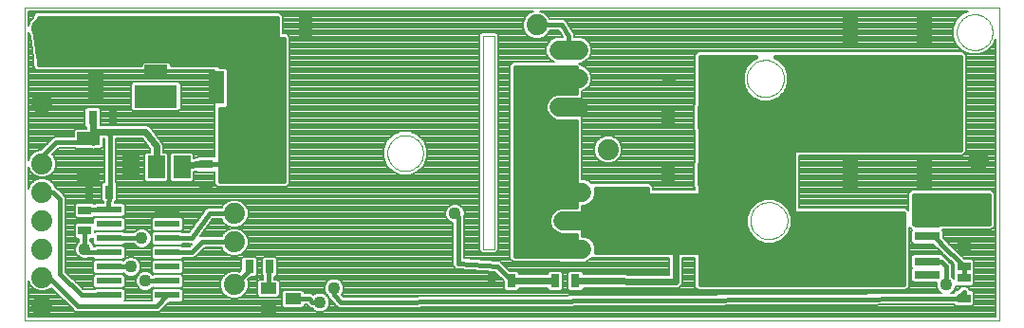
<source format=gtl>
G75*
G70*
%OFA0B0*%
%FSLAX24Y24*%
%IPPOS*%
%LPD*%
%AMOC8*
5,1,8,0,0,1.08239X$1,22.5*
%
%ADD10C,0.0000*%
%ADD11C,0.0740*%
%ADD12R,0.2520X0.2283*%
%ADD13R,0.0866X0.0315*%
%ADD14R,0.0472X0.0315*%
%ADD15R,0.0315X0.0472*%
%ADD16C,0.1200*%
%ADD17R,0.0551X0.1181*%
%ADD18C,0.0680*%
%ADD19R,0.0590X0.0790*%
%ADD20R,0.1500X0.0790*%
%ADD21R,0.0870X0.0240*%
%ADD22R,0.0787X0.0472*%
%ADD23R,0.0472X0.0276*%
%ADD24R,0.0472X0.0787*%
%ADD25R,0.0551X0.0394*%
%ADD26C,0.0080*%
%ADD27C,0.0240*%
%ADD28C,0.0160*%
%ADD29C,0.0436*%
%ADD30C,0.0660*%
D10*
X000175Y005250D02*
X000175Y016246D01*
X034420Y016246D01*
X034420Y005250D01*
X000175Y005250D01*
X012920Y011125D02*
X012922Y011175D01*
X012928Y011225D01*
X012938Y011274D01*
X012952Y011322D01*
X012969Y011369D01*
X012990Y011414D01*
X013015Y011458D01*
X013043Y011499D01*
X013075Y011538D01*
X013109Y011575D01*
X013146Y011609D01*
X013186Y011639D01*
X013228Y011666D01*
X013272Y011690D01*
X013318Y011711D01*
X013365Y011727D01*
X013413Y011740D01*
X013463Y011749D01*
X013512Y011754D01*
X013563Y011755D01*
X013613Y011752D01*
X013662Y011745D01*
X013711Y011734D01*
X013759Y011719D01*
X013805Y011701D01*
X013850Y011679D01*
X013893Y011653D01*
X013934Y011624D01*
X013973Y011592D01*
X014009Y011557D01*
X014041Y011519D01*
X014071Y011479D01*
X014098Y011436D01*
X014121Y011392D01*
X014140Y011346D01*
X014156Y011298D01*
X014168Y011249D01*
X014176Y011200D01*
X014180Y011150D01*
X014180Y011100D01*
X014176Y011050D01*
X014168Y011001D01*
X014156Y010952D01*
X014140Y010904D01*
X014121Y010858D01*
X014098Y010814D01*
X014071Y010771D01*
X014041Y010731D01*
X014009Y010693D01*
X013973Y010658D01*
X013934Y010626D01*
X013893Y010597D01*
X013850Y010571D01*
X013805Y010549D01*
X013759Y010531D01*
X013711Y010516D01*
X013662Y010505D01*
X013613Y010498D01*
X013563Y010495D01*
X013512Y010496D01*
X013463Y010501D01*
X013413Y010510D01*
X013365Y010523D01*
X013318Y010539D01*
X013272Y010560D01*
X013228Y010584D01*
X013186Y010611D01*
X013146Y010641D01*
X013109Y010675D01*
X013075Y010712D01*
X013043Y010751D01*
X013015Y010792D01*
X012990Y010836D01*
X012969Y010881D01*
X012952Y010928D01*
X012938Y010976D01*
X012928Y011025D01*
X012922Y011075D01*
X012920Y011125D01*
X016300Y007750D02*
X016675Y007750D01*
X016675Y015250D01*
X016300Y015250D01*
X016300Y007750D01*
X025675Y008750D02*
X025677Y008800D01*
X025683Y008850D01*
X025693Y008900D01*
X025706Y008948D01*
X025723Y008996D01*
X025744Y009042D01*
X025768Y009086D01*
X025796Y009128D01*
X025827Y009168D01*
X025861Y009205D01*
X025898Y009240D01*
X025937Y009271D01*
X025978Y009300D01*
X026022Y009325D01*
X026068Y009347D01*
X026115Y009365D01*
X026163Y009379D01*
X026212Y009390D01*
X026262Y009397D01*
X026312Y009400D01*
X026363Y009399D01*
X026413Y009394D01*
X026463Y009385D01*
X026511Y009373D01*
X026559Y009356D01*
X026605Y009336D01*
X026650Y009313D01*
X026693Y009286D01*
X026733Y009256D01*
X026771Y009223D01*
X026806Y009187D01*
X026839Y009148D01*
X026868Y009107D01*
X026894Y009064D01*
X026917Y009019D01*
X026936Y008972D01*
X026951Y008924D01*
X026963Y008875D01*
X026971Y008825D01*
X026975Y008775D01*
X026975Y008725D01*
X026971Y008675D01*
X026963Y008625D01*
X026951Y008576D01*
X026936Y008528D01*
X026917Y008481D01*
X026894Y008436D01*
X026868Y008393D01*
X026839Y008352D01*
X026806Y008313D01*
X026771Y008277D01*
X026733Y008244D01*
X026693Y008214D01*
X026650Y008187D01*
X026605Y008164D01*
X026559Y008144D01*
X026511Y008127D01*
X026463Y008115D01*
X026413Y008106D01*
X026363Y008101D01*
X026312Y008100D01*
X026262Y008103D01*
X026212Y008110D01*
X026163Y008121D01*
X026115Y008135D01*
X026068Y008153D01*
X026022Y008175D01*
X025978Y008200D01*
X025937Y008229D01*
X025898Y008260D01*
X025861Y008295D01*
X025827Y008332D01*
X025796Y008372D01*
X025768Y008414D01*
X025744Y008458D01*
X025723Y008504D01*
X025706Y008552D01*
X025693Y008600D01*
X025683Y008650D01*
X025677Y008700D01*
X025675Y008750D01*
X025550Y013750D02*
X025552Y013800D01*
X025558Y013850D01*
X025568Y013900D01*
X025581Y013948D01*
X025598Y013996D01*
X025619Y014042D01*
X025643Y014086D01*
X025671Y014128D01*
X025702Y014168D01*
X025736Y014205D01*
X025773Y014240D01*
X025812Y014271D01*
X025853Y014300D01*
X025897Y014325D01*
X025943Y014347D01*
X025990Y014365D01*
X026038Y014379D01*
X026087Y014390D01*
X026137Y014397D01*
X026187Y014400D01*
X026238Y014399D01*
X026288Y014394D01*
X026338Y014385D01*
X026386Y014373D01*
X026434Y014356D01*
X026480Y014336D01*
X026525Y014313D01*
X026568Y014286D01*
X026608Y014256D01*
X026646Y014223D01*
X026681Y014187D01*
X026714Y014148D01*
X026743Y014107D01*
X026769Y014064D01*
X026792Y014019D01*
X026811Y013972D01*
X026826Y013924D01*
X026838Y013875D01*
X026846Y013825D01*
X026850Y013775D01*
X026850Y013725D01*
X026846Y013675D01*
X026838Y013625D01*
X026826Y013576D01*
X026811Y013528D01*
X026792Y013481D01*
X026769Y013436D01*
X026743Y013393D01*
X026714Y013352D01*
X026681Y013313D01*
X026646Y013277D01*
X026608Y013244D01*
X026568Y013214D01*
X026525Y013187D01*
X026480Y013164D01*
X026434Y013144D01*
X026386Y013127D01*
X026338Y013115D01*
X026288Y013106D01*
X026238Y013101D01*
X026187Y013100D01*
X026137Y013103D01*
X026087Y013110D01*
X026038Y013121D01*
X025990Y013135D01*
X025943Y013153D01*
X025897Y013175D01*
X025853Y013200D01*
X025812Y013229D01*
X025773Y013260D01*
X025736Y013295D01*
X025702Y013332D01*
X025671Y013372D01*
X025643Y013414D01*
X025619Y013458D01*
X025598Y013504D01*
X025581Y013552D01*
X025568Y013600D01*
X025558Y013650D01*
X025552Y013700D01*
X025550Y013750D01*
X032920Y015375D02*
X032922Y015425D01*
X032928Y015475D01*
X032938Y015524D01*
X032952Y015572D01*
X032969Y015619D01*
X032990Y015664D01*
X033015Y015708D01*
X033043Y015749D01*
X033075Y015788D01*
X033109Y015825D01*
X033146Y015859D01*
X033186Y015889D01*
X033228Y015916D01*
X033272Y015940D01*
X033318Y015961D01*
X033365Y015977D01*
X033413Y015990D01*
X033463Y015999D01*
X033512Y016004D01*
X033563Y016005D01*
X033613Y016002D01*
X033662Y015995D01*
X033711Y015984D01*
X033759Y015969D01*
X033805Y015951D01*
X033850Y015929D01*
X033893Y015903D01*
X033934Y015874D01*
X033973Y015842D01*
X034009Y015807D01*
X034041Y015769D01*
X034071Y015729D01*
X034098Y015686D01*
X034121Y015642D01*
X034140Y015596D01*
X034156Y015548D01*
X034168Y015499D01*
X034176Y015450D01*
X034180Y015400D01*
X034180Y015350D01*
X034176Y015300D01*
X034168Y015251D01*
X034156Y015202D01*
X034140Y015154D01*
X034121Y015108D01*
X034098Y015064D01*
X034071Y015021D01*
X034041Y014981D01*
X034009Y014943D01*
X033973Y014908D01*
X033934Y014876D01*
X033893Y014847D01*
X033850Y014821D01*
X033805Y014799D01*
X033759Y014781D01*
X033711Y014766D01*
X033662Y014755D01*
X033613Y014748D01*
X033563Y014745D01*
X033512Y014746D01*
X033463Y014751D01*
X033413Y014760D01*
X033365Y014773D01*
X033318Y014789D01*
X033272Y014810D01*
X033228Y014834D01*
X033186Y014861D01*
X033146Y014891D01*
X033109Y014925D01*
X033075Y014962D01*
X033043Y015001D01*
X033015Y015042D01*
X032990Y015086D01*
X032969Y015131D01*
X032952Y015178D01*
X032938Y015226D01*
X032928Y015275D01*
X032922Y015325D01*
X032920Y015375D01*
D11*
X033675Y010875D03*
X033675Y009250D03*
X020675Y011250D03*
X018175Y015625D03*
X007550Y009000D03*
X007550Y008000D03*
X007550Y006500D03*
X000800Y006750D03*
X000800Y007750D03*
X000800Y008750D03*
X000800Y009750D03*
X000800Y010750D03*
X000800Y012875D03*
X000800Y015500D03*
X000800Y005750D03*
D12*
X029406Y007750D03*
D13*
X031887Y007301D03*
X031887Y006852D03*
X031887Y008199D03*
X031887Y008648D03*
D14*
X033175Y007854D03*
X033175Y007146D03*
X033175Y006729D03*
X033175Y006021D03*
X006550Y010021D03*
X006550Y010729D03*
X002300Y009104D03*
X002300Y008396D03*
D15*
X002446Y009750D03*
X003154Y009750D03*
X008071Y007125D03*
X008779Y007125D03*
X016571Y006625D03*
X017279Y006625D03*
X018821Y006625D03*
X019529Y006625D03*
X003279Y012375D03*
X002571Y012375D03*
D16*
X008300Y011125D03*
X018800Y011125D03*
D17*
X029175Y010430D03*
X031800Y010430D03*
X031800Y012320D03*
X031800Y013555D03*
X029175Y013555D03*
X029175Y012320D03*
X029175Y015445D03*
X031800Y015445D03*
X006925Y015320D03*
X006925Y013430D03*
X002675Y013430D03*
X002675Y015320D03*
D18*
X018960Y014750D02*
X019640Y014750D01*
X019640Y013750D02*
X018960Y013750D01*
X018960Y012750D02*
X019640Y012750D01*
X019765Y009750D02*
X019085Y009750D01*
X019085Y008750D02*
X019765Y008750D01*
X019765Y007750D02*
X019085Y007750D01*
D19*
X005710Y010635D03*
X004810Y010635D03*
X003910Y010635D03*
D20*
X004800Y013115D03*
D21*
X005200Y009125D03*
X005200Y008625D03*
X005200Y008125D03*
X005200Y007625D03*
X005200Y007125D03*
X005200Y006625D03*
X005200Y006125D03*
X003150Y006125D03*
X003150Y006625D03*
X003150Y007125D03*
X003150Y007625D03*
X003150Y008125D03*
X003150Y008625D03*
X003150Y009125D03*
D22*
X002425Y010370D03*
X002425Y011630D03*
X004800Y013995D03*
X004800Y015255D03*
D23*
X022822Y013625D03*
X024278Y013625D03*
D24*
X024055Y012375D03*
X022795Y012375D03*
X022795Y010375D03*
X024055Y010375D03*
X010055Y015500D03*
X008795Y015500D03*
D25*
X008742Y006374D03*
X009608Y006000D03*
X008742Y005626D03*
D26*
X009212Y005753D02*
X009283Y005683D01*
X009933Y005683D01*
X010004Y005753D01*
X010004Y005800D01*
X010092Y005800D01*
X010217Y005675D01*
X010272Y005675D01*
X010358Y005588D01*
X010483Y005537D01*
X010617Y005537D01*
X010742Y005588D01*
X010837Y005683D01*
X010888Y005808D01*
X010888Y005942D01*
X010837Y006067D01*
X010742Y006162D01*
X010617Y006213D01*
X010483Y006213D01*
X010358Y006162D01*
X010327Y006130D01*
X010258Y006200D01*
X010004Y006200D01*
X010004Y006247D01*
X009933Y006317D01*
X009283Y006317D01*
X009212Y006247D01*
X009212Y005753D01*
X009245Y005721D02*
X005079Y005721D01*
X005157Y005800D02*
X009212Y005800D01*
X009212Y005878D02*
X005236Y005878D01*
X005243Y005885D02*
X005685Y005885D01*
X005755Y005955D01*
X005755Y006295D01*
X005685Y006365D01*
X004715Y006365D01*
X004645Y006295D01*
X004645Y005955D01*
X004650Y005950D01*
X003700Y005950D01*
X003705Y005955D01*
X003705Y006295D01*
X003635Y006365D01*
X002665Y006365D01*
X002625Y006325D01*
X002258Y006325D01*
X001625Y006958D01*
X001625Y009583D01*
X001508Y009700D01*
X001258Y009950D01*
X001248Y009950D01*
X001215Y010028D01*
X001078Y010165D01*
X000897Y010240D01*
X000703Y010240D01*
X000522Y010165D01*
X000385Y010028D01*
X000315Y009860D01*
X000315Y010640D01*
X000385Y010472D01*
X000522Y010335D01*
X000703Y010260D01*
X000897Y010260D01*
X001078Y010335D01*
X001215Y010472D01*
X001290Y010653D01*
X001290Y010847D01*
X001215Y011028D01*
X001163Y011080D01*
X001383Y011300D01*
X001955Y011300D01*
X001982Y011274D01*
X002508Y011274D01*
X002512Y011273D01*
X002543Y011260D01*
X002557Y011260D01*
X002572Y011256D01*
X002605Y011260D01*
X002638Y011260D01*
X002652Y011266D01*
X002666Y011267D01*
X002678Y011274D01*
X002868Y011274D01*
X002939Y011344D01*
X002939Y011635D01*
X002975Y011635D01*
X002975Y010106D01*
X002947Y010106D01*
X002877Y010036D01*
X002877Y009464D01*
X002943Y009398D01*
X002942Y009365D01*
X002665Y009365D01*
X002641Y009340D01*
X002627Y009340D01*
X002586Y009382D01*
X002014Y009382D01*
X001944Y009312D01*
X001944Y008897D01*
X002014Y008827D01*
X002586Y008827D01*
X002655Y008896D01*
X002665Y008885D01*
X003635Y008885D01*
X003705Y008955D01*
X003705Y009295D01*
X003635Y009365D01*
X003342Y009365D01*
X003343Y009394D01*
X003362Y009394D01*
X003432Y009464D01*
X003432Y010036D01*
X003375Y010093D01*
X003375Y011635D01*
X004305Y011635D01*
X004570Y011285D01*
X004570Y011150D01*
X004465Y011150D01*
X004395Y011080D01*
X004395Y010190D01*
X004465Y010120D01*
X005155Y010120D01*
X005225Y010190D01*
X005225Y011080D01*
X005155Y011150D01*
X005050Y011150D01*
X005050Y011348D01*
X005054Y011379D01*
X005050Y011396D01*
X005050Y011413D01*
X005038Y011441D01*
X005030Y011471D01*
X005020Y011485D01*
X005013Y011501D01*
X004991Y011523D01*
X004635Y011995D01*
X004628Y012011D01*
X004606Y012033D01*
X004588Y012058D01*
X004573Y012066D01*
X004561Y012078D01*
X004532Y012090D01*
X004505Y012106D01*
X004489Y012108D01*
X004473Y012115D01*
X004442Y012115D01*
X004411Y012119D01*
X004394Y012115D01*
X002848Y012115D01*
X002848Y012661D01*
X002778Y012731D01*
X002363Y012731D01*
X002293Y012661D01*
X002293Y012089D01*
X002344Y012039D01*
X002346Y011986D01*
X001982Y011986D01*
X001911Y011916D01*
X001911Y011700D01*
X001217Y011700D01*
X001100Y011583D01*
X000757Y011240D01*
X000703Y011240D01*
X000522Y011165D01*
X000385Y011028D01*
X000315Y010860D01*
X000315Y015390D01*
X000380Y015234D01*
X000475Y014472D01*
X000475Y014167D01*
X000592Y014050D01*
X000864Y014050D01*
X000892Y014042D01*
X000953Y014050D01*
X006850Y014050D01*
X006850Y010993D01*
X006836Y011007D01*
X006264Y011007D01*
X006235Y010978D01*
X006125Y010957D01*
X006125Y011080D01*
X006055Y011150D01*
X005365Y011150D01*
X005295Y011080D01*
X005295Y010190D01*
X005365Y010120D01*
X006055Y010120D01*
X006125Y010190D01*
X006125Y010469D01*
X006228Y010488D01*
X006264Y010452D01*
X006836Y010452D01*
X006850Y010466D01*
X006850Y010042D01*
X006967Y009925D01*
X009383Y009925D01*
X009500Y010042D01*
X009500Y015208D01*
X009383Y015325D01*
X009250Y015325D01*
X009250Y015958D01*
X009133Y016075D01*
X000592Y016075D01*
X000475Y015958D01*
X000475Y015868D01*
X000385Y015778D01*
X000315Y015610D01*
X000315Y016106D01*
X018056Y016106D01*
X017897Y016040D01*
X017760Y015903D01*
X017685Y015722D01*
X017685Y015528D01*
X017760Y015347D01*
X017897Y015210D01*
X018078Y015135D01*
X018272Y015135D01*
X018453Y015210D01*
X018590Y015347D01*
X018623Y015425D01*
X018943Y015425D01*
X019086Y015210D01*
X018868Y015210D01*
X018699Y015140D01*
X018570Y015011D01*
X018500Y014841D01*
X018500Y014658D01*
X018570Y014489D01*
X018699Y014360D01*
X018784Y014325D01*
X017342Y014325D01*
X017225Y014208D01*
X017225Y007417D01*
X017342Y007300D01*
X018969Y007300D01*
X018993Y007290D01*
X019856Y007290D01*
X020026Y007360D01*
X020091Y007425D01*
X022810Y007425D01*
X022810Y006846D01*
X019807Y006863D01*
X019807Y006911D01*
X019737Y006981D01*
X019322Y006981D01*
X019252Y006911D01*
X019252Y006339D01*
X019322Y006269D01*
X019737Y006269D01*
X019807Y006339D01*
X019807Y006383D01*
X023002Y006365D01*
X023002Y006364D01*
X023049Y006364D01*
X023096Y006364D01*
X023097Y006364D01*
X023098Y006364D01*
X023141Y006382D01*
X023185Y006400D01*
X023185Y006401D01*
X023186Y006401D01*
X023219Y006434D01*
X023253Y006467D01*
X023253Y006468D01*
X023253Y006468D01*
X023271Y006512D01*
X023290Y006555D01*
X023290Y006556D01*
X023290Y006557D01*
X023290Y006604D01*
X023290Y006651D01*
X023290Y007425D01*
X023725Y007425D01*
X023725Y006417D01*
X023842Y006300D01*
X031133Y006300D01*
X031250Y006417D01*
X031250Y008517D01*
X031342Y008425D01*
X031349Y008425D01*
X031351Y008423D01*
X031334Y008406D01*
X031334Y007992D01*
X031404Y007921D01*
X032096Y007921D01*
X032352Y007665D01*
X032352Y007662D01*
X032410Y007607D01*
X032467Y007550D01*
X032470Y007550D01*
X032806Y007232D01*
X032819Y007219D01*
X032819Y006938D01*
X032820Y006938D01*
X032819Y006937D01*
X032819Y006709D01*
X032750Y006778D01*
X032750Y007208D01*
X032633Y007325D01*
X032457Y007501D01*
X032440Y007501D01*
X032440Y007508D01*
X032369Y007579D01*
X031404Y007579D01*
X031334Y007508D01*
X031334Y007094D01*
X031351Y007077D01*
X031334Y007060D01*
X031334Y006645D01*
X031404Y006575D01*
X032215Y006575D01*
X032212Y006567D01*
X032212Y006433D01*
X032263Y006308D01*
X032358Y006213D01*
X032398Y006197D01*
X011382Y006075D01*
X011305Y006152D01*
X011337Y006183D01*
X011388Y006308D01*
X011388Y006442D01*
X011337Y006567D01*
X011242Y006662D01*
X011117Y006713D01*
X010983Y006713D01*
X010858Y006662D01*
X010763Y006567D01*
X010712Y006442D01*
X010712Y006308D01*
X010763Y006183D01*
X010850Y006097D01*
X010850Y006042D01*
X011100Y005792D01*
X011100Y005791D01*
X011159Y005733D01*
X011217Y005675D01*
X011218Y005675D01*
X011218Y005675D01*
X011300Y005675D01*
X011383Y005675D01*
X011383Y005675D01*
X032833Y005799D01*
X032889Y005743D01*
X033461Y005743D01*
X033531Y005813D01*
X033531Y006228D01*
X033461Y006298D01*
X033375Y006298D01*
X033375Y006333D01*
X033258Y006450D01*
X033092Y006450D01*
X032940Y006298D01*
X032889Y006298D01*
X032819Y006228D01*
X032819Y006199D01*
X032706Y006199D01*
X032742Y006213D01*
X032837Y006308D01*
X032888Y006433D01*
X032888Y006453D01*
X032889Y006452D01*
X033461Y006452D01*
X033531Y006522D01*
X033531Y006937D01*
X033530Y006938D01*
X033531Y006938D01*
X033531Y007353D01*
X033461Y007423D01*
X033180Y007423D01*
X033143Y007460D01*
X033143Y007463D01*
X033085Y007518D01*
X033029Y007575D01*
X033025Y007575D01*
X032690Y007893D01*
X032440Y008143D01*
X032440Y008406D01*
X032422Y008423D01*
X032424Y008425D01*
X034133Y008425D01*
X034250Y008542D01*
X034250Y009708D01*
X034133Y009825D01*
X031342Y009825D01*
X031225Y009708D01*
X031225Y009108D01*
X031133Y009200D01*
X027375Y009200D01*
X027375Y011050D01*
X033133Y011050D01*
X033250Y011167D01*
X033250Y014583D01*
X033133Y014700D01*
X023842Y014700D01*
X023725Y014583D01*
X023725Y012845D01*
X023699Y012818D01*
X023699Y012706D01*
X023685Y012673D01*
X023685Y012577D01*
X023699Y012544D01*
X023699Y011932D01*
X023725Y011905D01*
X023725Y010845D01*
X023699Y010818D01*
X023699Y009932D01*
X023725Y009905D01*
X023725Y009825D01*
X022250Y009825D01*
X022250Y009958D01*
X022133Y010075D01*
X020091Y010075D01*
X020026Y010140D01*
X019856Y010210D01*
X019750Y010210D01*
X019750Y013298D01*
X019901Y013360D01*
X020030Y013489D01*
X020100Y013658D01*
X020100Y013841D01*
X020030Y014011D01*
X019901Y014140D01*
X019750Y014202D01*
X019750Y014208D01*
X019668Y014290D01*
X019731Y014290D01*
X019901Y014360D01*
X020030Y014489D01*
X020100Y014658D01*
X020100Y014841D01*
X020030Y015011D01*
X019901Y015140D01*
X019731Y015210D01*
X019500Y015210D01*
X019500Y015230D01*
X019512Y015292D01*
X019500Y015311D01*
X019500Y015333D01*
X019455Y015377D01*
X019250Y015686D01*
X019250Y015708D01*
X019205Y015752D01*
X019170Y015805D01*
X019149Y015809D01*
X019133Y015825D01*
X019070Y015825D01*
X019008Y015837D01*
X018989Y015825D01*
X018623Y015825D01*
X018590Y015903D01*
X018453Y016040D01*
X018294Y016106D01*
X033303Y016106D01*
X033114Y016028D01*
X032897Y015811D01*
X032780Y015528D01*
X032780Y015222D01*
X032897Y014939D01*
X033114Y014722D01*
X033397Y014605D01*
X033703Y014605D01*
X033986Y014722D01*
X034203Y014939D01*
X034280Y015126D01*
X034280Y005390D01*
X000315Y005390D01*
X000315Y006640D01*
X000385Y006472D01*
X000522Y006335D01*
X000703Y006260D01*
X000897Y006260D01*
X001078Y006335D01*
X001130Y006387D01*
X001850Y005667D01*
X001967Y005550D01*
X004908Y005550D01*
X005243Y005885D01*
X005000Y005643D02*
X010304Y005643D01*
X010417Y005564D02*
X004922Y005564D01*
X004645Y005957D02*
X003705Y005957D01*
X003705Y006035D02*
X004645Y006035D01*
X004645Y006114D02*
X003705Y006114D01*
X003705Y006192D02*
X004645Y006192D01*
X004645Y006271D02*
X003705Y006271D01*
X003651Y006349D02*
X004223Y006349D01*
X004233Y006338D02*
X004358Y006287D01*
X004492Y006287D01*
X004617Y006338D01*
X004689Y006411D01*
X004715Y006385D01*
X005685Y006385D01*
X005755Y006455D01*
X005755Y006795D01*
X005685Y006865D01*
X004715Y006865D01*
X004689Y006839D01*
X004617Y006912D01*
X004492Y006963D01*
X004358Y006963D01*
X004233Y006912D01*
X004138Y006817D01*
X004087Y006692D01*
X004087Y006558D01*
X004138Y006433D01*
X004233Y006338D01*
X004144Y006428D02*
X003677Y006428D01*
X003705Y006455D02*
X003705Y006795D01*
X003635Y006865D01*
X002665Y006865D01*
X002595Y006795D01*
X002595Y006455D01*
X002665Y006385D01*
X003635Y006385D01*
X003705Y006455D01*
X003705Y006506D02*
X004108Y006506D01*
X004087Y006585D02*
X003705Y006585D01*
X003705Y006663D02*
X004087Y006663D01*
X004107Y006742D02*
X003705Y006742D01*
X003680Y006820D02*
X003778Y006820D01*
X003733Y006838D02*
X003858Y006787D01*
X003992Y006787D01*
X004117Y006838D01*
X004212Y006933D01*
X004263Y007058D01*
X004263Y007192D01*
X004212Y007317D01*
X004117Y007412D01*
X003992Y007463D01*
X003858Y007463D01*
X003733Y007412D01*
X003661Y007339D01*
X003635Y007365D01*
X002665Y007365D01*
X002595Y007295D01*
X002595Y006955D01*
X002665Y006885D01*
X003635Y006885D01*
X003661Y006911D01*
X003733Y006838D01*
X003673Y006899D02*
X003648Y006899D01*
X004072Y006820D02*
X004142Y006820D01*
X004177Y006899D02*
X004220Y006899D01*
X004230Y006977D02*
X004645Y006977D01*
X004645Y006955D02*
X004715Y006885D01*
X005685Y006885D01*
X005755Y006955D01*
X005755Y007295D01*
X005685Y007365D01*
X004715Y007365D01*
X004645Y007295D01*
X004645Y006955D01*
X004630Y006899D02*
X004702Y006899D01*
X004645Y007056D02*
X004262Y007056D01*
X004263Y007134D02*
X004645Y007134D01*
X004645Y007213D02*
X004255Y007213D01*
X004222Y007291D02*
X004645Y007291D01*
X004715Y007385D02*
X005685Y007385D01*
X005725Y007425D01*
X006133Y007425D01*
X006250Y007542D01*
X006508Y007800D01*
X007102Y007800D01*
X007135Y007722D01*
X007272Y007585D01*
X007453Y007510D01*
X007647Y007510D01*
X007828Y007585D01*
X007965Y007722D01*
X008040Y007903D01*
X008040Y008097D01*
X007965Y008278D01*
X007828Y008415D01*
X007647Y008490D01*
X007453Y008490D01*
X007272Y008415D01*
X007135Y008278D01*
X007102Y008200D01*
X006349Y008200D01*
X006778Y008800D01*
X007102Y008800D01*
X007135Y008722D01*
X007272Y008585D01*
X007453Y008510D01*
X007647Y008510D01*
X007828Y008585D01*
X007965Y008722D01*
X008040Y008903D01*
X008040Y009097D01*
X007965Y009278D01*
X007828Y009415D01*
X007647Y009490D01*
X007453Y009490D01*
X007272Y009415D01*
X007135Y009278D01*
X007102Y009200D01*
X006739Y009200D01*
X006724Y009211D01*
X006658Y009200D01*
X006592Y009200D01*
X006579Y009187D01*
X006560Y009184D01*
X006522Y009130D01*
X006475Y009083D01*
X006475Y009064D01*
X005947Y008325D01*
X005725Y008325D01*
X005685Y008365D01*
X004715Y008365D01*
X004645Y008295D01*
X004645Y007955D01*
X004715Y007885D01*
X005685Y007885D01*
X005725Y007925D01*
X005986Y007925D01*
X006001Y007914D01*
X006067Y007925D01*
X005967Y007825D01*
X005725Y007825D01*
X005685Y007865D01*
X004715Y007865D01*
X004645Y007795D01*
X004645Y007455D01*
X004715Y007385D01*
X004652Y007448D02*
X004029Y007448D01*
X004159Y007370D02*
X007793Y007370D01*
X007793Y007411D02*
X007793Y007026D01*
X007725Y006958D01*
X007647Y006990D01*
X007453Y006990D01*
X007272Y006915D01*
X007135Y006778D01*
X007060Y006597D01*
X007060Y006403D01*
X007135Y006222D01*
X007272Y006085D01*
X007453Y006010D01*
X007647Y006010D01*
X007828Y006085D01*
X007965Y006222D01*
X008040Y006403D01*
X008040Y006597D01*
X008008Y006675D01*
X008102Y006769D01*
X008278Y006769D01*
X008348Y006839D01*
X008348Y007411D01*
X008278Y007481D01*
X007863Y007481D01*
X007793Y007411D01*
X007830Y007448D02*
X006156Y007448D01*
X006234Y007527D02*
X007413Y007527D01*
X007252Y007605D02*
X006313Y007605D01*
X006391Y007684D02*
X007174Y007684D01*
X007118Y007762D02*
X006470Y007762D01*
X006067Y007925D02*
X006067Y007925D01*
X006061Y007919D02*
X006031Y007919D01*
X005994Y007919D02*
X005719Y007919D01*
X005709Y007841D02*
X005983Y007841D01*
X006373Y008233D02*
X007116Y008233D01*
X007169Y008312D02*
X006429Y008312D01*
X006485Y008390D02*
X007247Y008390D01*
X007401Y008469D02*
X006541Y008469D01*
X006597Y008547D02*
X007363Y008547D01*
X007232Y008626D02*
X006653Y008626D01*
X006709Y008704D02*
X007153Y008704D01*
X007110Y008783D02*
X006765Y008783D01*
X006442Y009018D02*
X003705Y009018D01*
X003705Y009097D02*
X006489Y009097D01*
X006554Y009175D02*
X003705Y009175D01*
X003705Y009254D02*
X007125Y009254D01*
X007189Y009332D02*
X003668Y009332D01*
X003432Y009489D02*
X007450Y009489D01*
X007268Y009411D02*
X003378Y009411D01*
X003432Y009568D02*
X016160Y009568D01*
X016160Y009646D02*
X003432Y009646D01*
X003432Y009725D02*
X016160Y009725D01*
X016160Y009803D02*
X003432Y009803D01*
X003432Y009882D02*
X016160Y009882D01*
X016160Y009960D02*
X009418Y009960D01*
X009496Y010039D02*
X016160Y010039D01*
X016160Y010117D02*
X009500Y010117D01*
X009500Y010196D02*
X016160Y010196D01*
X016160Y010274D02*
X009500Y010274D01*
X009500Y010353D02*
X016160Y010353D01*
X016160Y010431D02*
X013886Y010431D01*
X013986Y010472D02*
X014203Y010689D01*
X014320Y010972D01*
X014320Y011278D01*
X014203Y011561D01*
X013986Y011778D01*
X013703Y011895D01*
X013397Y011895D01*
X013114Y011778D01*
X012897Y011561D01*
X012780Y011278D01*
X012780Y010972D01*
X012897Y010689D01*
X013114Y010472D01*
X013397Y010355D01*
X013703Y010355D01*
X013986Y010472D01*
X014023Y010510D02*
X016160Y010510D01*
X016160Y010588D02*
X014102Y010588D01*
X014180Y010667D02*
X016160Y010667D01*
X016160Y010745D02*
X014226Y010745D01*
X014258Y010824D02*
X016160Y010824D01*
X016160Y010902D02*
X014291Y010902D01*
X014320Y010981D02*
X016160Y010981D01*
X016160Y011059D02*
X014320Y011059D01*
X014320Y011138D02*
X016160Y011138D01*
X016160Y011216D02*
X014320Y011216D01*
X014313Y011295D02*
X016160Y011295D01*
X016160Y011373D02*
X014281Y011373D01*
X014248Y011452D02*
X016160Y011452D01*
X016160Y011530D02*
X014216Y011530D01*
X014155Y011609D02*
X016160Y011609D01*
X016160Y011687D02*
X014077Y011687D01*
X013998Y011766D02*
X016160Y011766D01*
X016160Y011844D02*
X013826Y011844D01*
X013274Y011844D02*
X009500Y011844D01*
X009500Y011766D02*
X013102Y011766D01*
X013023Y011687D02*
X009500Y011687D01*
X009500Y011609D02*
X012945Y011609D01*
X012884Y011530D02*
X009500Y011530D01*
X009500Y011452D02*
X012852Y011452D01*
X012819Y011373D02*
X009500Y011373D01*
X009500Y011295D02*
X012787Y011295D01*
X012780Y011216D02*
X009500Y011216D01*
X009500Y011138D02*
X012780Y011138D01*
X012780Y011059D02*
X009500Y011059D01*
X009500Y010981D02*
X012780Y010981D01*
X012809Y010902D02*
X009500Y010902D01*
X009500Y010824D02*
X012842Y010824D01*
X012874Y010745D02*
X009500Y010745D01*
X009500Y010667D02*
X012920Y010667D01*
X012998Y010588D02*
X009500Y010588D01*
X009500Y010510D02*
X013077Y010510D01*
X013214Y010431D02*
X009500Y010431D01*
X007650Y009489D02*
X016160Y009489D01*
X016160Y009411D02*
X007832Y009411D01*
X007911Y009332D02*
X015218Y009332D01*
X015233Y009338D02*
X015108Y009287D01*
X015013Y009192D01*
X014962Y009067D01*
X014962Y008933D01*
X015013Y008808D01*
X015108Y008713D01*
X015225Y008665D01*
X015225Y007258D01*
X015219Y007183D01*
X015225Y007176D01*
X015225Y007167D01*
X015278Y007114D01*
X015327Y007057D01*
X015336Y007056D01*
X015342Y007050D01*
X015417Y007050D01*
X016688Y006952D01*
X017002Y006625D01*
X017002Y006339D01*
X017072Y006269D01*
X017487Y006269D01*
X017557Y006339D01*
X017557Y006385D01*
X018543Y006385D01*
X018543Y006339D01*
X018613Y006269D01*
X019028Y006269D01*
X019098Y006339D01*
X019098Y006911D01*
X019028Y006981D01*
X018613Y006981D01*
X018543Y006911D01*
X018543Y006865D01*
X017557Y006865D01*
X017557Y006911D01*
X017487Y006981D01*
X017215Y006981D01*
X016928Y007280D01*
X016877Y007339D01*
X016871Y007339D01*
X016866Y007344D01*
X016789Y007346D01*
X015625Y007435D01*
X015625Y008901D01*
X015638Y008933D01*
X015638Y009067D01*
X015587Y009192D01*
X015492Y009287D01*
X015367Y009338D01*
X015233Y009338D01*
X015382Y009332D02*
X016160Y009332D01*
X016160Y009254D02*
X015525Y009254D01*
X015593Y009175D02*
X016160Y009175D01*
X016160Y009097D02*
X015626Y009097D01*
X015638Y009018D02*
X016160Y009018D01*
X016160Y008940D02*
X015638Y008940D01*
X015625Y008861D02*
X016160Y008861D01*
X016160Y008783D02*
X015625Y008783D01*
X015625Y008704D02*
X016160Y008704D01*
X016160Y008626D02*
X015625Y008626D01*
X015625Y008547D02*
X016160Y008547D01*
X016160Y008469D02*
X015625Y008469D01*
X015625Y008390D02*
X016160Y008390D01*
X016160Y008312D02*
X015625Y008312D01*
X015625Y008233D02*
X016160Y008233D01*
X016160Y008155D02*
X015625Y008155D01*
X015625Y008076D02*
X016160Y008076D01*
X016160Y007998D02*
X015625Y007998D01*
X015625Y007919D02*
X016160Y007919D01*
X016160Y007841D02*
X015625Y007841D01*
X015625Y007762D02*
X016160Y007762D01*
X016160Y007692D02*
X016242Y007610D01*
X016733Y007610D01*
X016815Y007692D01*
X016815Y007808D01*
X016815Y015192D01*
X016815Y015308D01*
X016733Y015390D01*
X016242Y015390D01*
X016160Y015308D01*
X016160Y007692D01*
X016169Y007684D02*
X015625Y007684D01*
X015625Y007605D02*
X017225Y007605D01*
X017225Y007527D02*
X015625Y007527D01*
X015625Y007448D02*
X017225Y007448D01*
X017273Y007370D02*
X016478Y007370D01*
X016918Y007291D02*
X018991Y007291D01*
X019032Y006977D02*
X019318Y006977D01*
X019252Y006899D02*
X019098Y006899D01*
X019098Y006820D02*
X019252Y006820D01*
X019252Y006742D02*
X019098Y006742D01*
X019098Y006663D02*
X019252Y006663D01*
X019252Y006585D02*
X019098Y006585D01*
X019098Y006506D02*
X019252Y006506D01*
X019252Y006428D02*
X019098Y006428D01*
X019098Y006349D02*
X019252Y006349D01*
X019320Y006271D02*
X019030Y006271D01*
X018612Y006271D02*
X017488Y006271D01*
X017557Y006349D02*
X018543Y006349D01*
X017961Y006114D02*
X011344Y006114D01*
X011340Y006192D02*
X031541Y006192D01*
X031250Y006428D02*
X032214Y006428D01*
X032212Y006506D02*
X031250Y006506D01*
X031250Y006585D02*
X031394Y006585D01*
X031334Y006663D02*
X031250Y006663D01*
X031250Y006742D02*
X031334Y006742D01*
X031334Y006820D02*
X031250Y006820D01*
X031250Y006899D02*
X031334Y006899D01*
X031334Y006977D02*
X031250Y006977D01*
X031250Y007056D02*
X031334Y007056D01*
X031334Y007134D02*
X031250Y007134D01*
X031250Y007213D02*
X031334Y007213D01*
X031334Y007291D02*
X031250Y007291D01*
X031250Y007370D02*
X031334Y007370D01*
X031334Y007448D02*
X031250Y007448D01*
X031250Y007527D02*
X031352Y007527D01*
X031250Y007605D02*
X032412Y007605D01*
X032422Y007527D02*
X032495Y007527D01*
X032510Y007448D02*
X032578Y007448D01*
X032588Y007370D02*
X032661Y007370D01*
X032667Y007291D02*
X032744Y007291D01*
X032745Y007213D02*
X032819Y007213D01*
X032819Y007134D02*
X032750Y007134D01*
X032750Y007056D02*
X032819Y007056D01*
X032819Y006977D02*
X032750Y006977D01*
X032750Y006899D02*
X032819Y006899D01*
X032819Y006820D02*
X032750Y006820D01*
X032787Y006742D02*
X032819Y006742D01*
X032886Y006428D02*
X033070Y006428D01*
X032991Y006349D02*
X032853Y006349D01*
X032861Y006271D02*
X032799Y006271D01*
X033280Y006428D02*
X034280Y006428D01*
X034280Y006506D02*
X033515Y006506D01*
X033531Y006585D02*
X034280Y006585D01*
X034280Y006663D02*
X033531Y006663D01*
X033531Y006742D02*
X034280Y006742D01*
X034280Y006820D02*
X033531Y006820D01*
X033531Y006899D02*
X034280Y006899D01*
X034280Y006977D02*
X033531Y006977D01*
X033531Y007056D02*
X034280Y007056D01*
X034280Y007134D02*
X033531Y007134D01*
X033531Y007213D02*
X034280Y007213D01*
X034280Y007291D02*
X033531Y007291D01*
X033515Y007370D02*
X034280Y007370D01*
X034280Y007448D02*
X033156Y007448D01*
X033077Y007527D02*
X034280Y007527D01*
X034280Y007605D02*
X032994Y007605D01*
X032911Y007684D02*
X034280Y007684D01*
X034280Y007762D02*
X032828Y007762D01*
X032745Y007841D02*
X034280Y007841D01*
X034280Y007919D02*
X032664Y007919D01*
X032585Y007998D02*
X034280Y007998D01*
X034280Y008076D02*
X032507Y008076D01*
X032440Y008155D02*
X034280Y008155D01*
X034280Y008233D02*
X032440Y008233D01*
X032440Y008312D02*
X034280Y008312D01*
X034280Y008390D02*
X032440Y008390D01*
X032098Y007919D02*
X031250Y007919D01*
X031250Y007841D02*
X032177Y007841D01*
X032255Y007762D02*
X031250Y007762D01*
X031250Y007684D02*
X032334Y007684D01*
X031334Y007998D02*
X031250Y007998D01*
X031250Y008076D02*
X031334Y008076D01*
X031334Y008155D02*
X031250Y008155D01*
X031250Y008233D02*
X031334Y008233D01*
X031334Y008312D02*
X031250Y008312D01*
X031250Y008390D02*
X031334Y008390D01*
X031299Y008469D02*
X031250Y008469D01*
X031225Y009175D02*
X031158Y009175D01*
X031225Y009254D02*
X027375Y009254D01*
X027375Y009332D02*
X031225Y009332D01*
X031225Y009411D02*
X027375Y009411D01*
X027375Y009489D02*
X031225Y009489D01*
X031225Y009568D02*
X027375Y009568D01*
X027375Y009646D02*
X031225Y009646D01*
X031242Y009725D02*
X027375Y009725D01*
X027375Y009803D02*
X031320Y009803D01*
X033142Y011059D02*
X034280Y011059D01*
X034280Y010981D02*
X027375Y010981D01*
X027375Y010902D02*
X034280Y010902D01*
X034280Y010824D02*
X027375Y010824D01*
X027375Y010745D02*
X034280Y010745D01*
X034280Y010667D02*
X027375Y010667D01*
X027375Y010588D02*
X034280Y010588D01*
X034280Y010510D02*
X027375Y010510D01*
X027375Y010431D02*
X034280Y010431D01*
X034280Y010353D02*
X027375Y010353D01*
X027375Y010274D02*
X034280Y010274D01*
X034280Y010196D02*
X027375Y010196D01*
X027375Y010117D02*
X034280Y010117D01*
X034280Y010039D02*
X027375Y010039D01*
X027375Y009960D02*
X034280Y009960D01*
X034280Y009882D02*
X027375Y009882D01*
X023725Y009882D02*
X022250Y009882D01*
X022248Y009960D02*
X023699Y009960D01*
X023699Y010039D02*
X022169Y010039D01*
X021090Y010972D02*
X020953Y010835D01*
X020772Y010760D01*
X020578Y010760D01*
X020397Y010835D01*
X020260Y010972D01*
X020185Y011153D01*
X020185Y011347D01*
X020260Y011528D01*
X020397Y011665D01*
X020578Y011740D01*
X020772Y011740D01*
X020953Y011665D01*
X021090Y011528D01*
X021165Y011347D01*
X021165Y011153D01*
X021090Y010972D01*
X021094Y010981D02*
X023725Y010981D01*
X023725Y011059D02*
X021126Y011059D01*
X021159Y011138D02*
X023725Y011138D01*
X023725Y011216D02*
X021165Y011216D01*
X021165Y011295D02*
X023725Y011295D01*
X023725Y011373D02*
X021154Y011373D01*
X021122Y011452D02*
X023725Y011452D01*
X023725Y011530D02*
X021088Y011530D01*
X021009Y011609D02*
X023725Y011609D01*
X023725Y011687D02*
X020900Y011687D01*
X020450Y011687D02*
X019750Y011687D01*
X019750Y011609D02*
X020341Y011609D01*
X020262Y011530D02*
X019750Y011530D01*
X019750Y011452D02*
X020228Y011452D01*
X020196Y011373D02*
X019750Y011373D01*
X019750Y011295D02*
X020185Y011295D01*
X020185Y011216D02*
X019750Y011216D01*
X019750Y011138D02*
X020191Y011138D01*
X020224Y011059D02*
X019750Y011059D01*
X019750Y010981D02*
X020256Y010981D01*
X020330Y010902D02*
X019750Y010902D01*
X019750Y010824D02*
X020424Y010824D01*
X020926Y010824D02*
X023704Y010824D01*
X023699Y010745D02*
X019750Y010745D01*
X019750Y010667D02*
X023699Y010667D01*
X023699Y010588D02*
X019750Y010588D01*
X019750Y010510D02*
X023699Y010510D01*
X023699Y010431D02*
X019750Y010431D01*
X019750Y010353D02*
X023699Y010353D01*
X023699Y010274D02*
X019750Y010274D01*
X019891Y010196D02*
X023699Y010196D01*
X023699Y010117D02*
X020049Y010117D01*
X021020Y010902D02*
X023725Y010902D01*
X023725Y011766D02*
X019750Y011766D01*
X019750Y011844D02*
X023725Y011844D01*
X023708Y011923D02*
X019750Y011923D01*
X019750Y012001D02*
X023699Y012001D01*
X023699Y012080D02*
X019750Y012080D01*
X019750Y012158D02*
X023699Y012158D01*
X023699Y012237D02*
X019750Y012237D01*
X019750Y012315D02*
X023699Y012315D01*
X023699Y012394D02*
X019750Y012394D01*
X019750Y012472D02*
X023699Y012472D01*
X023696Y012551D02*
X019750Y012551D01*
X019750Y012629D02*
X023685Y012629D01*
X023699Y012708D02*
X019750Y012708D01*
X019750Y012786D02*
X023699Y012786D01*
X023725Y012865D02*
X019750Y012865D01*
X019750Y012943D02*
X023725Y012943D01*
X023725Y013022D02*
X019750Y013022D01*
X019750Y013100D02*
X023725Y013100D01*
X023725Y013179D02*
X019750Y013179D01*
X019750Y013257D02*
X023725Y013257D01*
X023725Y013336D02*
X019841Y013336D01*
X019955Y013414D02*
X023725Y013414D01*
X023725Y013493D02*
X020031Y013493D01*
X020064Y013571D02*
X023725Y013571D01*
X023725Y013650D02*
X020096Y013650D01*
X020100Y013728D02*
X023725Y013728D01*
X023725Y013807D02*
X020100Y013807D01*
X020082Y013885D02*
X023725Y013885D01*
X023725Y013964D02*
X020049Y013964D01*
X019999Y014042D02*
X023725Y014042D01*
X023725Y014121D02*
X019920Y014121D01*
X019758Y014199D02*
X023725Y014199D01*
X023725Y014278D02*
X019680Y014278D01*
X019891Y014356D02*
X023725Y014356D01*
X023725Y014435D02*
X019975Y014435D01*
X020040Y014513D02*
X023725Y014513D01*
X023734Y014592D02*
X020072Y014592D01*
X020100Y014670D02*
X023812Y014670D01*
X020100Y014749D02*
X033088Y014749D01*
X033163Y014670D02*
X033240Y014670D01*
X033241Y014592D02*
X034280Y014592D01*
X034280Y014670D02*
X033860Y014670D01*
X034012Y014749D02*
X034280Y014749D01*
X034280Y014827D02*
X034091Y014827D01*
X034169Y014906D02*
X034280Y014906D01*
X034280Y014984D02*
X034221Y014984D01*
X034254Y015063D02*
X034280Y015063D01*
X034280Y014513D02*
X033250Y014513D01*
X033250Y014435D02*
X034280Y014435D01*
X034280Y014356D02*
X033250Y014356D01*
X033250Y014278D02*
X034280Y014278D01*
X034280Y014199D02*
X033250Y014199D01*
X033250Y014121D02*
X034280Y014121D01*
X034280Y014042D02*
X033250Y014042D01*
X033250Y013964D02*
X034280Y013964D01*
X034280Y013885D02*
X033250Y013885D01*
X033250Y013807D02*
X034280Y013807D01*
X034280Y013728D02*
X033250Y013728D01*
X033250Y013650D02*
X034280Y013650D01*
X034280Y013571D02*
X033250Y013571D01*
X033250Y013493D02*
X034280Y013493D01*
X034280Y013414D02*
X033250Y013414D01*
X033250Y013336D02*
X034280Y013336D01*
X034280Y013257D02*
X033250Y013257D01*
X033250Y013179D02*
X034280Y013179D01*
X034280Y013100D02*
X033250Y013100D01*
X033250Y013022D02*
X034280Y013022D01*
X034280Y012943D02*
X033250Y012943D01*
X033250Y012865D02*
X034280Y012865D01*
X034280Y012786D02*
X033250Y012786D01*
X033250Y012708D02*
X034280Y012708D01*
X034280Y012629D02*
X033250Y012629D01*
X033250Y012551D02*
X034280Y012551D01*
X034280Y012472D02*
X033250Y012472D01*
X033250Y012394D02*
X034280Y012394D01*
X034280Y012315D02*
X033250Y012315D01*
X033250Y012237D02*
X034280Y012237D01*
X034280Y012158D02*
X033250Y012158D01*
X033250Y012080D02*
X034280Y012080D01*
X034280Y012001D02*
X033250Y012001D01*
X033250Y011923D02*
X034280Y011923D01*
X034280Y011844D02*
X033250Y011844D01*
X033250Y011766D02*
X034280Y011766D01*
X034280Y011687D02*
X033250Y011687D01*
X033250Y011609D02*
X034280Y011609D01*
X034280Y011530D02*
X033250Y011530D01*
X033250Y011452D02*
X034280Y011452D01*
X034280Y011373D02*
X033250Y011373D01*
X033250Y011295D02*
X034280Y011295D01*
X034280Y011216D02*
X033250Y011216D01*
X033220Y011138D02*
X034280Y011138D01*
X034280Y009803D02*
X034155Y009803D01*
X034233Y009725D02*
X034280Y009725D01*
X034280Y009646D02*
X034250Y009646D01*
X034250Y009568D02*
X034280Y009568D01*
X034280Y009489D02*
X034250Y009489D01*
X034250Y009411D02*
X034280Y009411D01*
X034280Y009332D02*
X034250Y009332D01*
X034250Y009254D02*
X034280Y009254D01*
X034280Y009175D02*
X034250Y009175D01*
X034250Y009097D02*
X034280Y009097D01*
X034280Y009018D02*
X034250Y009018D01*
X034250Y008940D02*
X034280Y008940D01*
X034280Y008861D02*
X034250Y008861D01*
X034250Y008783D02*
X034280Y008783D01*
X034280Y008704D02*
X034250Y008704D01*
X034250Y008626D02*
X034280Y008626D01*
X034280Y008547D02*
X034250Y008547D01*
X034280Y008469D02*
X034176Y008469D01*
X034280Y006349D02*
X033359Y006349D01*
X033489Y006271D02*
X034280Y006271D01*
X034280Y006192D02*
X033531Y006192D01*
X033531Y006114D02*
X034280Y006114D01*
X034280Y006035D02*
X033531Y006035D01*
X033531Y005957D02*
X034280Y005957D01*
X034280Y005878D02*
X033531Y005878D01*
X033517Y005800D02*
X034280Y005800D01*
X034280Y005721D02*
X019259Y005721D01*
X019738Y006271D02*
X032301Y006271D01*
X032247Y006349D02*
X031182Y006349D01*
X034280Y005643D02*
X010796Y005643D01*
X010852Y005721D02*
X011171Y005721D01*
X011093Y005800D02*
X010885Y005800D01*
X010888Y005878D02*
X011014Y005878D01*
X010936Y005957D02*
X010882Y005957D01*
X010857Y006035D02*
X010850Y006035D01*
X010833Y006114D02*
X010790Y006114D01*
X010760Y006192D02*
X010668Y006192D01*
X010727Y006271D02*
X009980Y006271D01*
X010266Y006192D02*
X010432Y006192D01*
X010712Y006349D02*
X009138Y006349D01*
X009138Y006271D02*
X009236Y006271D01*
X009212Y006192D02*
X009138Y006192D01*
X009138Y006127D02*
X009067Y006057D01*
X008417Y006057D01*
X008346Y006127D01*
X008346Y006621D01*
X008417Y006691D01*
X008542Y006691D01*
X008542Y006799D01*
X008502Y006839D01*
X008502Y007411D01*
X008572Y007481D01*
X008987Y007481D01*
X009057Y007411D01*
X009057Y006839D01*
X008987Y006769D01*
X008942Y006769D01*
X008942Y006691D01*
X009067Y006691D01*
X009138Y006621D01*
X009138Y006127D01*
X009124Y006114D02*
X009212Y006114D01*
X009212Y006035D02*
X007708Y006035D01*
X007856Y006114D02*
X008360Y006114D01*
X008346Y006192D02*
X007935Y006192D01*
X007985Y006271D02*
X008346Y006271D01*
X008346Y006349D02*
X008018Y006349D01*
X008040Y006428D02*
X008346Y006428D01*
X008346Y006506D02*
X008040Y006506D01*
X008040Y006585D02*
X008346Y006585D01*
X008389Y006663D02*
X008013Y006663D01*
X008074Y006742D02*
X008542Y006742D01*
X008521Y006820D02*
X008329Y006820D01*
X008348Y006899D02*
X008502Y006899D01*
X008502Y006977D02*
X008348Y006977D01*
X008348Y007056D02*
X008502Y007056D01*
X008502Y007134D02*
X008348Y007134D01*
X008348Y007213D02*
X008502Y007213D01*
X008502Y007291D02*
X008348Y007291D01*
X008348Y007370D02*
X008502Y007370D01*
X008539Y007448D02*
X008311Y007448D01*
X007926Y007684D02*
X015225Y007684D01*
X015225Y007762D02*
X007982Y007762D01*
X008014Y007841D02*
X015225Y007841D01*
X015225Y007919D02*
X008040Y007919D01*
X008040Y007998D02*
X015225Y007998D01*
X015225Y008076D02*
X008040Y008076D01*
X008016Y008155D02*
X015225Y008155D01*
X015225Y008233D02*
X007984Y008233D01*
X007931Y008312D02*
X015225Y008312D01*
X015225Y008390D02*
X007853Y008390D01*
X007699Y008469D02*
X015225Y008469D01*
X015225Y008547D02*
X007737Y008547D01*
X007868Y008626D02*
X015225Y008626D01*
X015131Y008704D02*
X007947Y008704D01*
X007990Y008783D02*
X015039Y008783D01*
X014992Y008861D02*
X008023Y008861D01*
X008040Y008940D02*
X014962Y008940D01*
X014962Y009018D02*
X008040Y009018D01*
X008040Y009097D02*
X014974Y009097D01*
X015007Y009175D02*
X008008Y009175D01*
X007975Y009254D02*
X015075Y009254D01*
X016815Y009254D02*
X017225Y009254D01*
X017225Y009332D02*
X016815Y009332D01*
X016815Y009411D02*
X017225Y009411D01*
X017225Y009489D02*
X016815Y009489D01*
X016815Y009568D02*
X017225Y009568D01*
X017225Y009646D02*
X016815Y009646D01*
X016815Y009725D02*
X017225Y009725D01*
X017225Y009803D02*
X016815Y009803D01*
X016815Y009882D02*
X017225Y009882D01*
X017225Y009960D02*
X016815Y009960D01*
X016815Y010039D02*
X017225Y010039D01*
X017225Y010117D02*
X016815Y010117D01*
X016815Y010196D02*
X017225Y010196D01*
X017225Y010274D02*
X016815Y010274D01*
X016815Y010353D02*
X017225Y010353D01*
X017225Y010431D02*
X016815Y010431D01*
X016815Y010510D02*
X017225Y010510D01*
X017225Y010588D02*
X016815Y010588D01*
X016815Y010667D02*
X017225Y010667D01*
X017225Y010745D02*
X016815Y010745D01*
X016815Y010824D02*
X017225Y010824D01*
X017225Y010902D02*
X016815Y010902D01*
X016815Y010981D02*
X017225Y010981D01*
X017225Y011059D02*
X016815Y011059D01*
X016815Y011138D02*
X017225Y011138D01*
X017225Y011216D02*
X016815Y011216D01*
X016815Y011295D02*
X017225Y011295D01*
X017225Y011373D02*
X016815Y011373D01*
X016815Y011452D02*
X017225Y011452D01*
X017225Y011530D02*
X016815Y011530D01*
X016815Y011609D02*
X017225Y011609D01*
X017225Y011687D02*
X016815Y011687D01*
X016815Y011766D02*
X017225Y011766D01*
X017225Y011844D02*
X016815Y011844D01*
X016815Y011923D02*
X017225Y011923D01*
X017225Y012001D02*
X016815Y012001D01*
X016815Y012080D02*
X017225Y012080D01*
X017225Y012158D02*
X016815Y012158D01*
X016815Y012237D02*
X017225Y012237D01*
X017225Y012315D02*
X016815Y012315D01*
X016815Y012394D02*
X017225Y012394D01*
X017225Y012472D02*
X016815Y012472D01*
X016815Y012551D02*
X017225Y012551D01*
X017225Y012629D02*
X016815Y012629D01*
X016815Y012708D02*
X017225Y012708D01*
X017225Y012786D02*
X016815Y012786D01*
X016815Y012865D02*
X017225Y012865D01*
X017225Y012943D02*
X016815Y012943D01*
X016815Y013022D02*
X017225Y013022D01*
X017225Y013100D02*
X016815Y013100D01*
X016815Y013179D02*
X017225Y013179D01*
X017225Y013257D02*
X016815Y013257D01*
X016815Y013336D02*
X017225Y013336D01*
X017225Y013414D02*
X016815Y013414D01*
X016815Y013493D02*
X017225Y013493D01*
X017225Y013571D02*
X016815Y013571D01*
X016815Y013650D02*
X017225Y013650D01*
X017225Y013728D02*
X016815Y013728D01*
X016815Y013807D02*
X017225Y013807D01*
X017225Y013885D02*
X016815Y013885D01*
X016815Y013964D02*
X017225Y013964D01*
X017225Y014042D02*
X016815Y014042D01*
X016815Y014121D02*
X017225Y014121D01*
X017225Y014199D02*
X016815Y014199D01*
X016815Y014278D02*
X017295Y014278D01*
X016815Y014356D02*
X018709Y014356D01*
X018625Y014435D02*
X016815Y014435D01*
X016815Y014513D02*
X018560Y014513D01*
X018528Y014592D02*
X016815Y014592D01*
X016815Y014670D02*
X018500Y014670D01*
X018500Y014749D02*
X016815Y014749D01*
X016815Y014827D02*
X018500Y014827D01*
X018527Y014906D02*
X016815Y014906D01*
X016815Y014984D02*
X018559Y014984D01*
X018622Y015063D02*
X016815Y015063D01*
X016815Y015141D02*
X018063Y015141D01*
X017888Y015220D02*
X016815Y015220D01*
X016815Y015298D02*
X017809Y015298D01*
X017748Y015377D02*
X016746Y015377D01*
X016229Y015377D02*
X009250Y015377D01*
X009250Y015455D02*
X017715Y015455D01*
X017685Y015534D02*
X009250Y015534D01*
X009250Y015612D02*
X017685Y015612D01*
X017685Y015691D02*
X009250Y015691D01*
X009250Y015769D02*
X017704Y015769D01*
X017737Y015848D02*
X009250Y015848D01*
X009250Y015926D02*
X017783Y015926D01*
X017862Y016005D02*
X009203Y016005D01*
X009410Y015298D02*
X016160Y015298D01*
X016160Y015220D02*
X009488Y015220D01*
X009500Y015141D02*
X016160Y015141D01*
X016160Y015063D02*
X009500Y015063D01*
X009500Y014984D02*
X016160Y014984D01*
X016160Y014906D02*
X009500Y014906D01*
X009500Y014827D02*
X016160Y014827D01*
X016160Y014749D02*
X009500Y014749D01*
X009500Y014670D02*
X016160Y014670D01*
X016160Y014592D02*
X009500Y014592D01*
X009500Y014513D02*
X016160Y014513D01*
X016160Y014435D02*
X009500Y014435D01*
X009500Y014356D02*
X016160Y014356D01*
X016160Y014278D02*
X009500Y014278D01*
X009500Y014199D02*
X016160Y014199D01*
X016160Y014121D02*
X009500Y014121D01*
X009500Y014042D02*
X016160Y014042D01*
X016160Y013964D02*
X009500Y013964D01*
X009500Y013885D02*
X016160Y013885D01*
X016160Y013807D02*
X009500Y013807D01*
X009500Y013728D02*
X016160Y013728D01*
X016160Y013650D02*
X009500Y013650D01*
X009500Y013571D02*
X016160Y013571D01*
X016160Y013493D02*
X009500Y013493D01*
X009500Y013414D02*
X016160Y013414D01*
X016160Y013336D02*
X009500Y013336D01*
X009500Y013257D02*
X016160Y013257D01*
X016160Y013179D02*
X009500Y013179D01*
X009500Y013100D02*
X016160Y013100D01*
X016160Y013022D02*
X009500Y013022D01*
X009500Y012943D02*
X016160Y012943D01*
X016160Y012865D02*
X009500Y012865D01*
X009500Y012786D02*
X016160Y012786D01*
X016160Y012708D02*
X009500Y012708D01*
X009500Y012629D02*
X016160Y012629D01*
X016160Y012551D02*
X009500Y012551D01*
X009500Y012472D02*
X016160Y012472D01*
X016160Y012394D02*
X009500Y012394D01*
X009500Y012315D02*
X016160Y012315D01*
X016160Y012237D02*
X009500Y012237D01*
X009500Y012158D02*
X016160Y012158D01*
X016160Y012080D02*
X009500Y012080D01*
X009500Y012001D02*
X016160Y012001D01*
X016160Y011923D02*
X009500Y011923D01*
X006850Y011923D02*
X004690Y011923D01*
X004633Y012001D02*
X006850Y012001D01*
X006850Y012080D02*
X004558Y012080D01*
X004749Y011844D02*
X006850Y011844D01*
X006850Y011766D02*
X004808Y011766D01*
X004868Y011687D02*
X006850Y011687D01*
X006850Y011609D02*
X004927Y011609D01*
X004986Y011530D02*
X006850Y011530D01*
X006850Y011452D02*
X005035Y011452D01*
X005053Y011373D02*
X006850Y011373D01*
X006850Y011295D02*
X005050Y011295D01*
X005050Y011216D02*
X006850Y011216D01*
X006850Y011138D02*
X006067Y011138D01*
X006125Y011059D02*
X006850Y011059D01*
X006238Y010981D02*
X006125Y010981D01*
X005353Y011138D02*
X005167Y011138D01*
X005225Y011059D02*
X005295Y011059D01*
X005295Y010981D02*
X005225Y010981D01*
X005225Y010902D02*
X005295Y010902D01*
X005295Y010824D02*
X005225Y010824D01*
X005225Y010745D02*
X005295Y010745D01*
X005295Y010667D02*
X005225Y010667D01*
X005225Y010588D02*
X005295Y010588D01*
X005295Y010510D02*
X005225Y010510D01*
X005225Y010431D02*
X005295Y010431D01*
X005295Y010353D02*
X005225Y010353D01*
X005225Y010274D02*
X005295Y010274D01*
X005295Y010196D02*
X005225Y010196D01*
X004395Y010196D02*
X003375Y010196D01*
X003375Y010274D02*
X004395Y010274D01*
X004395Y010353D02*
X003375Y010353D01*
X003375Y010431D02*
X004395Y010431D01*
X004395Y010510D02*
X003375Y010510D01*
X003375Y010588D02*
X004395Y010588D01*
X004395Y010667D02*
X003375Y010667D01*
X003375Y010745D02*
X004395Y010745D01*
X004395Y010824D02*
X003375Y010824D01*
X003375Y010902D02*
X004395Y010902D01*
X004395Y010981D02*
X003375Y010981D01*
X003375Y011059D02*
X004395Y011059D01*
X004453Y011138D02*
X003375Y011138D01*
X003375Y011216D02*
X004570Y011216D01*
X004562Y011295D02*
X003375Y011295D01*
X003375Y011373D02*
X004503Y011373D01*
X004444Y011452D02*
X003375Y011452D01*
X003375Y011530D02*
X004385Y011530D01*
X004325Y011609D02*
X003375Y011609D01*
X002975Y011609D02*
X002939Y011609D01*
X002939Y011530D02*
X002975Y011530D01*
X002975Y011452D02*
X002939Y011452D01*
X002939Y011373D02*
X002975Y011373D01*
X002975Y011295D02*
X002889Y011295D01*
X002975Y011216D02*
X001299Y011216D01*
X001377Y011295D02*
X001961Y011295D01*
X001911Y011766D02*
X000315Y011766D01*
X000315Y011844D02*
X001911Y011844D01*
X001918Y011923D02*
X000315Y011923D01*
X000315Y012001D02*
X002345Y012001D01*
X002303Y012080D02*
X000315Y012080D01*
X000315Y012158D02*
X002293Y012158D01*
X002293Y012237D02*
X000315Y012237D01*
X000315Y012315D02*
X002293Y012315D01*
X002293Y012394D02*
X000315Y012394D01*
X000315Y012472D02*
X002293Y012472D01*
X002293Y012551D02*
X000315Y012551D01*
X000315Y012629D02*
X002293Y012629D01*
X002340Y012708D02*
X000315Y012708D01*
X000315Y012786D02*
X003930Y012786D01*
X003930Y012708D02*
X002802Y012708D01*
X002848Y012629D02*
X003971Y012629D01*
X004000Y012600D02*
X005600Y012600D01*
X005670Y012670D01*
X005670Y013560D01*
X005600Y013630D01*
X004000Y013630D01*
X003930Y013560D01*
X003930Y012670D01*
X004000Y012600D01*
X003930Y012865D02*
X000315Y012865D01*
X000315Y012943D02*
X003930Y012943D01*
X003930Y013022D02*
X000315Y013022D01*
X000315Y013100D02*
X003930Y013100D01*
X003930Y013179D02*
X000315Y013179D01*
X000315Y013257D02*
X003930Y013257D01*
X003930Y013336D02*
X000315Y013336D01*
X000315Y013414D02*
X003930Y013414D01*
X003930Y013493D02*
X000315Y013493D01*
X000315Y013571D02*
X003941Y013571D01*
X002848Y012551D02*
X006850Y012551D01*
X006850Y012629D02*
X005629Y012629D01*
X005670Y012708D02*
X006850Y012708D01*
X006850Y012786D02*
X005670Y012786D01*
X005670Y012865D02*
X006850Y012865D01*
X006850Y012943D02*
X005670Y012943D01*
X005670Y013022D02*
X006850Y013022D01*
X006850Y013100D02*
X005670Y013100D01*
X005670Y013179D02*
X006850Y013179D01*
X006850Y013257D02*
X005670Y013257D01*
X005670Y013336D02*
X006850Y013336D01*
X006850Y013414D02*
X005670Y013414D01*
X005670Y013493D02*
X006850Y013493D01*
X006850Y013571D02*
X005659Y013571D01*
X006850Y013650D02*
X000315Y013650D01*
X000315Y013728D02*
X006850Y013728D01*
X006850Y013807D02*
X000315Y013807D01*
X000315Y013885D02*
X006850Y013885D01*
X006850Y013964D02*
X000315Y013964D01*
X000315Y014042D02*
X006850Y014042D01*
X006850Y012472D02*
X002848Y012472D01*
X002848Y012394D02*
X006850Y012394D01*
X006850Y012315D02*
X002848Y012315D01*
X002848Y012237D02*
X006850Y012237D01*
X006850Y012158D02*
X002848Y012158D01*
X001204Y011687D02*
X000315Y011687D01*
X000315Y011609D02*
X001126Y011609D01*
X001047Y011530D02*
X000315Y011530D01*
X000315Y011452D02*
X000969Y011452D01*
X000890Y011373D02*
X000315Y011373D01*
X000315Y011295D02*
X000812Y011295D01*
X000645Y011216D02*
X000315Y011216D01*
X000315Y011138D02*
X000495Y011138D01*
X000416Y011059D02*
X000315Y011059D01*
X000315Y010981D02*
X000365Y010981D01*
X000333Y010902D02*
X000315Y010902D01*
X000315Y010588D02*
X000337Y010588D01*
X000315Y010510D02*
X000369Y010510D01*
X000315Y010431D02*
X000426Y010431D01*
X000505Y010353D02*
X000315Y010353D01*
X000315Y010274D02*
X000669Y010274D01*
X000595Y010196D02*
X000315Y010196D01*
X000315Y010117D02*
X000474Y010117D01*
X000396Y010039D02*
X000315Y010039D01*
X000315Y009960D02*
X000357Y009960D01*
X000324Y009882D02*
X000315Y009882D01*
X000931Y010274D02*
X002975Y010274D01*
X002975Y010196D02*
X001005Y010196D01*
X001126Y010117D02*
X002975Y010117D01*
X002879Y010039D02*
X001204Y010039D01*
X001243Y009960D02*
X002877Y009960D01*
X002877Y009882D02*
X001326Y009882D01*
X001405Y009803D02*
X002877Y009803D01*
X002877Y009725D02*
X001483Y009725D01*
X001562Y009646D02*
X002877Y009646D01*
X002877Y009568D02*
X001625Y009568D01*
X001625Y009489D02*
X002877Y009489D01*
X002930Y009411D02*
X001625Y009411D01*
X001625Y009332D02*
X001964Y009332D01*
X001944Y009254D02*
X001625Y009254D01*
X001625Y009175D02*
X001944Y009175D01*
X001944Y009097D02*
X001625Y009097D01*
X001625Y009018D02*
X001944Y009018D01*
X001944Y008940D02*
X001625Y008940D01*
X001625Y008861D02*
X001980Y008861D01*
X002014Y008673D02*
X001944Y008603D01*
X001944Y008188D01*
X002014Y008118D01*
X002100Y008118D01*
X002100Y008028D01*
X002013Y007942D01*
X001962Y007817D01*
X001962Y007683D01*
X002013Y007558D01*
X002108Y007463D01*
X002233Y007412D01*
X002367Y007412D01*
X002399Y007425D01*
X002625Y007425D01*
X002665Y007385D01*
X003635Y007385D01*
X003705Y007455D01*
X003705Y007795D01*
X003635Y007865D01*
X002665Y007865D01*
X002632Y007832D01*
X002587Y007942D01*
X002500Y008028D01*
X002500Y008118D01*
X002586Y008118D01*
X002595Y008127D01*
X002595Y007955D01*
X002665Y007885D01*
X003635Y007885D01*
X003675Y007925D01*
X004022Y007925D01*
X004108Y007838D01*
X004233Y007787D01*
X004367Y007787D01*
X004492Y007838D01*
X004587Y007933D01*
X004638Y008058D01*
X004638Y008192D01*
X004587Y008317D01*
X004492Y008412D01*
X004367Y008463D01*
X004233Y008463D01*
X004108Y008412D01*
X004022Y008325D01*
X003675Y008325D01*
X003635Y008365D01*
X002665Y008365D01*
X002656Y008356D01*
X002656Y008394D01*
X002665Y008385D01*
X003635Y008385D01*
X003705Y008455D01*
X003705Y008795D01*
X003635Y008865D01*
X002665Y008865D01*
X002595Y008795D01*
X002595Y008664D01*
X002586Y008673D01*
X002014Y008673D01*
X001966Y008626D02*
X001625Y008626D01*
X001625Y008704D02*
X002595Y008704D01*
X002595Y008783D02*
X001625Y008783D01*
X001625Y008547D02*
X001944Y008547D01*
X001944Y008469D02*
X001625Y008469D01*
X001625Y008390D02*
X001944Y008390D01*
X001944Y008312D02*
X001625Y008312D01*
X001625Y008233D02*
X001944Y008233D01*
X001978Y008155D02*
X001625Y008155D01*
X001625Y008076D02*
X002100Y008076D01*
X002069Y007998D02*
X001625Y007998D01*
X001625Y007919D02*
X002004Y007919D01*
X001972Y007841D02*
X001625Y007841D01*
X001625Y007762D02*
X001962Y007762D01*
X001962Y007684D02*
X001625Y007684D01*
X001625Y007605D02*
X001994Y007605D01*
X002045Y007527D02*
X001625Y007527D01*
X001625Y007448D02*
X002146Y007448D01*
X002595Y007291D02*
X001625Y007291D01*
X001625Y007213D02*
X002595Y007213D01*
X002595Y007134D02*
X001625Y007134D01*
X001625Y007056D02*
X002595Y007056D01*
X002595Y006977D02*
X001625Y006977D01*
X001684Y006899D02*
X002652Y006899D01*
X002620Y006820D02*
X001763Y006820D01*
X001841Y006742D02*
X002595Y006742D01*
X002595Y006663D02*
X001920Y006663D01*
X001998Y006585D02*
X002595Y006585D01*
X002595Y006506D02*
X002077Y006506D01*
X002155Y006428D02*
X002623Y006428D01*
X002649Y006349D02*
X002234Y006349D01*
X001639Y005878D02*
X000315Y005878D01*
X000315Y005800D02*
X001718Y005800D01*
X001796Y005721D02*
X000315Y005721D01*
X000315Y005643D02*
X001875Y005643D01*
X001953Y005564D02*
X000315Y005564D01*
X000315Y005486D02*
X034280Y005486D01*
X034280Y005564D02*
X010683Y005564D01*
X010171Y005721D02*
X009971Y005721D01*
X010004Y005800D02*
X010093Y005800D01*
X009212Y005957D02*
X005755Y005957D01*
X005755Y006035D02*
X007392Y006035D01*
X007244Y006114D02*
X005755Y006114D01*
X005755Y006192D02*
X007165Y006192D01*
X007115Y006271D02*
X005755Y006271D01*
X005701Y006349D02*
X007082Y006349D01*
X007060Y006428D02*
X005727Y006428D01*
X005755Y006506D02*
X007060Y006506D01*
X007060Y006585D02*
X005755Y006585D01*
X005755Y006663D02*
X007087Y006663D01*
X007120Y006742D02*
X005755Y006742D01*
X005730Y006820D02*
X007177Y006820D01*
X007256Y006899D02*
X005698Y006899D01*
X005755Y006977D02*
X007421Y006977D01*
X007679Y006977D02*
X007744Y006977D01*
X007793Y007056D02*
X005755Y007056D01*
X005755Y007134D02*
X007793Y007134D01*
X007793Y007213D02*
X005755Y007213D01*
X005755Y007291D02*
X007793Y007291D01*
X007687Y007527D02*
X015225Y007527D01*
X015225Y007605D02*
X007848Y007605D01*
X009020Y007448D02*
X015225Y007448D01*
X015225Y007370D02*
X009057Y007370D01*
X009057Y007291D02*
X015225Y007291D01*
X015222Y007213D02*
X009057Y007213D01*
X009057Y007134D02*
X015258Y007134D01*
X015337Y007056D02*
X009057Y007056D01*
X009057Y006977D02*
X016365Y006977D01*
X016739Y006899D02*
X009057Y006899D01*
X009038Y006820D02*
X016815Y006820D01*
X016890Y006742D02*
X008942Y006742D01*
X009095Y006663D02*
X010862Y006663D01*
X010781Y006585D02*
X009138Y006585D01*
X009138Y006506D02*
X010738Y006506D01*
X010712Y006428D02*
X009138Y006428D01*
X011238Y006663D02*
X016966Y006663D01*
X017002Y006585D02*
X011319Y006585D01*
X011362Y006506D02*
X017002Y006506D01*
X017002Y006428D02*
X011388Y006428D01*
X011388Y006349D02*
X017002Y006349D01*
X017070Y006271D02*
X011373Y006271D01*
X006330Y008861D02*
X005689Y008861D01*
X005685Y008865D02*
X004715Y008865D01*
X004645Y008795D01*
X004645Y008455D01*
X004715Y008385D01*
X005685Y008385D01*
X005755Y008455D01*
X005755Y008795D01*
X005685Y008865D01*
X005755Y008783D02*
X006274Y008783D01*
X006218Y008704D02*
X005755Y008704D01*
X005755Y008626D02*
X006162Y008626D01*
X006106Y008547D02*
X005755Y008547D01*
X005755Y008469D02*
X006050Y008469D01*
X005994Y008390D02*
X005690Y008390D01*
X006386Y008940D02*
X003689Y008940D01*
X003639Y008861D02*
X004711Y008861D01*
X004645Y008783D02*
X003705Y008783D01*
X003705Y008704D02*
X004645Y008704D01*
X004645Y008626D02*
X003705Y008626D01*
X003705Y008547D02*
X004645Y008547D01*
X004645Y008469D02*
X003705Y008469D01*
X003640Y008390D02*
X004087Y008390D01*
X004513Y008390D02*
X004710Y008390D01*
X004662Y008312D02*
X004589Y008312D01*
X004621Y008233D02*
X004645Y008233D01*
X004638Y008155D02*
X004645Y008155D01*
X004638Y008076D02*
X004645Y008076D01*
X004645Y007998D02*
X004613Y007998D01*
X004572Y007919D02*
X004681Y007919D01*
X004691Y007841D02*
X004494Y007841D01*
X004645Y007762D02*
X003705Y007762D01*
X003705Y007684D02*
X004645Y007684D01*
X004645Y007605D02*
X003705Y007605D01*
X003705Y007527D02*
X004645Y007527D01*
X004106Y007841D02*
X003659Y007841D01*
X003669Y007919D02*
X004028Y007919D01*
X003821Y007448D02*
X003698Y007448D01*
X003691Y007370D02*
X001625Y007370D01*
X002628Y007841D02*
X002641Y007841D01*
X002631Y007919D02*
X002596Y007919D01*
X002595Y007998D02*
X002531Y007998D01*
X002500Y008076D02*
X002595Y008076D01*
X002656Y008390D02*
X002660Y008390D01*
X002661Y008861D02*
X002620Y008861D01*
X003432Y009960D02*
X006932Y009960D01*
X006854Y010039D02*
X003429Y010039D01*
X003375Y010117D02*
X006850Y010117D01*
X006850Y010196D02*
X006125Y010196D01*
X006125Y010274D02*
X006850Y010274D01*
X006850Y010353D02*
X006125Y010353D01*
X006125Y010431D02*
X006850Y010431D01*
X002975Y010431D02*
X001174Y010431D01*
X001231Y010510D02*
X002975Y010510D01*
X002975Y010588D02*
X001263Y010588D01*
X001290Y010667D02*
X002975Y010667D01*
X002975Y010745D02*
X001290Y010745D01*
X001290Y010824D02*
X002975Y010824D01*
X002975Y010902D02*
X001267Y010902D01*
X001235Y010981D02*
X002975Y010981D01*
X002975Y011059D02*
X001184Y011059D01*
X001220Y011138D02*
X002975Y011138D01*
X002975Y010353D02*
X001095Y010353D01*
X000522Y014121D02*
X000315Y014121D01*
X000315Y014199D02*
X000475Y014199D01*
X000475Y014278D02*
X000315Y014278D01*
X000315Y014356D02*
X000475Y014356D01*
X000475Y014435D02*
X000315Y014435D01*
X000315Y014513D02*
X000470Y014513D01*
X000460Y014592D02*
X000315Y014592D01*
X000315Y014670D02*
X000450Y014670D01*
X000440Y014749D02*
X000315Y014749D01*
X000315Y014827D02*
X000431Y014827D01*
X000421Y014906D02*
X000315Y014906D01*
X000315Y014984D02*
X000411Y014984D01*
X000401Y015063D02*
X000315Y015063D01*
X000315Y015141D02*
X000391Y015141D01*
X000382Y015220D02*
X000315Y015220D01*
X000315Y015298D02*
X000353Y015298D01*
X000321Y015377D02*
X000315Y015377D01*
X000315Y015612D02*
X000316Y015612D01*
X000315Y015691D02*
X000349Y015691D01*
X000381Y015769D02*
X000315Y015769D01*
X000315Y015848D02*
X000455Y015848D01*
X000475Y015926D02*
X000315Y015926D01*
X000315Y016005D02*
X000522Y016005D01*
X000315Y016083D02*
X018000Y016083D01*
X018350Y016083D02*
X033247Y016083D01*
X033091Y016005D02*
X018488Y016005D01*
X018567Y015926D02*
X033012Y015926D01*
X032934Y015848D02*
X018613Y015848D01*
X019194Y015769D02*
X032880Y015769D01*
X032847Y015691D02*
X019250Y015691D01*
X019299Y015612D02*
X032815Y015612D01*
X032782Y015534D02*
X019351Y015534D01*
X019404Y015455D02*
X032780Y015455D01*
X032780Y015377D02*
X019456Y015377D01*
X019508Y015298D02*
X032780Y015298D01*
X032781Y015220D02*
X019500Y015220D01*
X019898Y015141D02*
X032814Y015141D01*
X032846Y015063D02*
X019978Y015063D01*
X020041Y014984D02*
X032879Y014984D01*
X032931Y014906D02*
X020073Y014906D01*
X020100Y014827D02*
X033009Y014827D01*
X019080Y015220D02*
X018462Y015220D01*
X018541Y015298D02*
X019028Y015298D01*
X018975Y015377D02*
X018602Y015377D01*
X018702Y015141D02*
X018287Y015141D01*
X017225Y009175D02*
X016815Y009175D01*
X016815Y009097D02*
X017225Y009097D01*
X017225Y009018D02*
X016815Y009018D01*
X016815Y008940D02*
X017225Y008940D01*
X017225Y008861D02*
X016815Y008861D01*
X016815Y008783D02*
X017225Y008783D01*
X017225Y008704D02*
X016815Y008704D01*
X016815Y008626D02*
X017225Y008626D01*
X017225Y008547D02*
X016815Y008547D01*
X016815Y008469D02*
X017225Y008469D01*
X017225Y008390D02*
X016815Y008390D01*
X016815Y008312D02*
X017225Y008312D01*
X017225Y008233D02*
X016815Y008233D01*
X016815Y008155D02*
X017225Y008155D01*
X017225Y008076D02*
X016815Y008076D01*
X016815Y007998D02*
X017225Y007998D01*
X017225Y007919D02*
X016815Y007919D01*
X016815Y007841D02*
X017225Y007841D01*
X017225Y007762D02*
X016815Y007762D01*
X016806Y007684D02*
X017225Y007684D01*
X016992Y007213D02*
X022810Y007213D01*
X022810Y007291D02*
X019859Y007291D01*
X020035Y007370D02*
X022810Y007370D01*
X022810Y007134D02*
X017068Y007134D01*
X017143Y007056D02*
X022810Y007056D01*
X022810Y006977D02*
X019741Y006977D01*
X019807Y006899D02*
X022810Y006899D01*
X023290Y006899D02*
X023725Y006899D01*
X023725Y006977D02*
X023290Y006977D01*
X023290Y007056D02*
X023725Y007056D01*
X023725Y007134D02*
X023290Y007134D01*
X023290Y007213D02*
X023725Y007213D01*
X023725Y007291D02*
X023290Y007291D01*
X023290Y007370D02*
X023725Y007370D01*
X023725Y006820D02*
X023290Y006820D01*
X023290Y006742D02*
X023725Y006742D01*
X023725Y006663D02*
X023290Y006663D01*
X023290Y006651D02*
X023290Y006651D01*
X023290Y006585D02*
X023725Y006585D01*
X023725Y006506D02*
X023269Y006506D01*
X023213Y006428D02*
X023725Y006428D01*
X023793Y006349D02*
X019807Y006349D01*
X018609Y006977D02*
X017491Y006977D01*
X017557Y006899D02*
X018543Y006899D01*
X004699Y006349D02*
X004627Y006349D01*
X001561Y005957D02*
X000315Y005957D01*
X000315Y006035D02*
X001482Y006035D01*
X001404Y006114D02*
X000315Y006114D01*
X000315Y006192D02*
X001325Y006192D01*
X001247Y006271D02*
X000923Y006271D01*
X001092Y006349D02*
X001168Y006349D01*
X000677Y006271D02*
X000315Y006271D01*
X000315Y006349D02*
X000508Y006349D01*
X000430Y006428D02*
X000315Y006428D01*
X000315Y006506D02*
X000371Y006506D01*
X000338Y006585D02*
X000315Y006585D01*
X000315Y005407D02*
X034280Y005407D01*
D27*
X029406Y007750D02*
X024675Y007750D01*
X024675Y008750D01*
X024675Y009625D01*
X024055Y010375D01*
X024675Y009625D02*
X024675Y012625D01*
X024278Y012625D01*
X024278Y013625D01*
X024278Y012625D02*
X023925Y012625D01*
X024675Y012625D02*
X029175Y012625D01*
X029175Y012320D01*
X029175Y012625D02*
X029175Y013555D01*
X029175Y012625D02*
X031925Y012625D01*
X031800Y013555D01*
X031925Y012625D02*
X031800Y012320D01*
X024675Y008750D02*
X023050Y008750D01*
X023050Y006604D01*
X019529Y006625D01*
X018821Y006625D02*
X017279Y006625D01*
X018425Y007750D02*
X019425Y007750D01*
X018425Y007750D02*
X018425Y009750D01*
X019425Y009750D01*
X018425Y009750D02*
X018425Y011125D01*
X018425Y013750D01*
X019300Y013750D01*
X018800Y011125D02*
X018425Y011125D01*
X019425Y008750D02*
X023050Y008750D01*
X006550Y010729D02*
X006375Y010760D01*
X005710Y010635D01*
X004810Y010635D02*
X004810Y011365D01*
X004425Y011875D01*
X003050Y011875D01*
X002590Y011875D01*
X002590Y011500D01*
X002425Y011630D01*
X002590Y011875D02*
X002571Y012375D01*
D28*
X003050Y011875D02*
X003175Y011750D01*
X003175Y010000D01*
X003154Y009854D01*
X003154Y009750D01*
X003135Y009140D01*
X002336Y009140D01*
X002300Y009104D01*
X003135Y009140D02*
X003150Y009125D01*
X002300Y008396D02*
X002300Y007750D01*
X002425Y007625D01*
X003150Y007625D01*
X003150Y007125D02*
X003925Y007125D01*
X004425Y006625D02*
X005200Y006625D01*
X005200Y006125D02*
X004825Y005750D01*
X002050Y005750D01*
X001050Y006750D01*
X000800Y006750D01*
X001425Y006875D02*
X001425Y009500D01*
X001175Y009750D01*
X000800Y009750D01*
X000800Y010750D02*
X000800Y011000D01*
X001300Y011500D01*
X002295Y011500D01*
X002425Y011630D01*
X006550Y010729D02*
X007029Y010729D01*
X007550Y011250D01*
X007925Y010875D01*
X008300Y011125D01*
X007550Y011250D02*
X007550Y015250D01*
X007480Y015320D01*
X006925Y015320D01*
X008620Y015320D01*
X008675Y015375D01*
X008795Y015500D01*
X009050Y015553D02*
X000675Y015553D01*
X000675Y015711D02*
X009050Y015711D01*
X009050Y015870D02*
X000675Y015870D01*
X000675Y015875D02*
X009050Y015875D01*
X009050Y015125D01*
X009300Y015125D01*
X009300Y010125D01*
X007050Y010125D01*
X007050Y012680D01*
X007267Y012680D01*
X007361Y012773D01*
X007361Y014087D01*
X007267Y014181D01*
X007050Y014181D01*
X007050Y014250D01*
X005354Y014250D01*
X005354Y014298D01*
X005260Y014391D01*
X004340Y014391D01*
X004246Y014298D01*
X004246Y014250D01*
X000675Y014250D01*
X000675Y015875D01*
X000675Y015394D02*
X009050Y015394D01*
X009050Y015236D02*
X000675Y015236D01*
X000675Y015077D02*
X009300Y015077D01*
X009300Y014919D02*
X000675Y014919D01*
X000675Y014760D02*
X009300Y014760D01*
X009300Y014602D02*
X000675Y014602D01*
X000675Y014443D02*
X009300Y014443D01*
X009300Y014285D02*
X005354Y014285D01*
X004246Y014285D02*
X000675Y014285D01*
X002675Y015320D02*
X004425Y015320D01*
X004800Y015255D01*
X004425Y015320D02*
X006925Y015320D01*
X007322Y014126D02*
X009300Y014126D01*
X009300Y013968D02*
X007361Y013968D01*
X007361Y013809D02*
X009300Y013809D01*
X009300Y013651D02*
X007361Y013651D01*
X007361Y013492D02*
X009300Y013492D01*
X009300Y013334D02*
X007361Y013334D01*
X007361Y013175D02*
X009300Y013175D01*
X009300Y013017D02*
X007361Y013017D01*
X007361Y012858D02*
X009300Y012858D01*
X009300Y012700D02*
X007287Y012700D01*
X007050Y012541D02*
X009300Y012541D01*
X009300Y012383D02*
X007050Y012383D01*
X007050Y012224D02*
X009300Y012224D01*
X009300Y012066D02*
X007050Y012066D01*
X007050Y011907D02*
X009300Y011907D01*
X009300Y011749D02*
X007050Y011749D01*
X007050Y011590D02*
X009300Y011590D01*
X009300Y011432D02*
X007050Y011432D01*
X007050Y011273D02*
X009300Y011273D01*
X009300Y011115D02*
X007050Y011115D01*
X007050Y010956D02*
X009300Y010956D01*
X009300Y010798D02*
X007050Y010798D01*
X007050Y010639D02*
X009300Y010639D01*
X009300Y010481D02*
X007050Y010481D01*
X007050Y010322D02*
X009300Y010322D01*
X009300Y010164D02*
X007050Y010164D01*
X006675Y009000D02*
X006050Y008125D01*
X005200Y008125D01*
X005200Y007625D02*
X006050Y007625D01*
X006425Y008000D01*
X007550Y008000D01*
X007550Y009000D02*
X006675Y009000D01*
X004300Y008125D02*
X003150Y008125D01*
X001425Y006875D02*
X002175Y006125D01*
X003150Y006125D01*
X007550Y006500D02*
X008071Y007021D01*
X008071Y007125D01*
X008742Y007088D02*
X008779Y007125D01*
X008742Y007088D02*
X008742Y006374D01*
X009608Y006000D02*
X010175Y006000D01*
X010300Y005875D01*
X010550Y005875D01*
X011050Y006125D02*
X011300Y005875D01*
X032925Y006000D01*
X033175Y006250D01*
X033175Y006021D01*
X032550Y006500D02*
X032550Y007125D01*
X032374Y007301D01*
X031887Y007301D01*
X032550Y007750D02*
X032946Y007375D01*
X033175Y007146D01*
X033175Y006729D01*
X032550Y007750D02*
X032137Y008163D01*
X031887Y008199D01*
X031425Y008625D02*
X031425Y009625D01*
X034050Y009625D01*
X034050Y008625D01*
X031425Y008625D01*
X031425Y008737D02*
X034050Y008737D01*
X034050Y008896D02*
X031425Y008896D01*
X031425Y009054D02*
X034050Y009054D01*
X034050Y009213D02*
X031425Y009213D01*
X031425Y009371D02*
X034050Y009371D01*
X034050Y009530D02*
X031425Y009530D01*
X031050Y009000D02*
X031050Y006500D01*
X023925Y006500D01*
X023925Y014500D01*
X025842Y014500D01*
X025730Y014454D01*
X025496Y014220D01*
X025370Y013915D01*
X025370Y013585D01*
X025496Y013280D01*
X025730Y013046D01*
X026035Y012920D01*
X026365Y012920D01*
X026670Y013046D01*
X026904Y013280D01*
X027030Y013585D01*
X027030Y013915D01*
X026904Y014220D01*
X026670Y014454D01*
X026558Y014500D01*
X033050Y014500D01*
X033050Y011250D01*
X027175Y011250D01*
X027175Y009000D01*
X031050Y009000D01*
X031050Y008896D02*
X027155Y008896D01*
X027155Y008915D02*
X027155Y008585D01*
X027029Y008280D01*
X026795Y008046D01*
X026490Y007920D01*
X026160Y007920D01*
X025855Y008046D01*
X025621Y008280D01*
X025495Y008585D01*
X025495Y008915D01*
X025621Y009220D01*
X025855Y009454D01*
X026160Y009580D01*
X026490Y009580D01*
X026795Y009454D01*
X027029Y009220D01*
X027155Y008915D01*
X027175Y009054D02*
X027097Y009054D01*
X027032Y009213D02*
X027175Y009213D01*
X027175Y009371D02*
X026878Y009371D01*
X026612Y009530D02*
X027175Y009530D01*
X027175Y009688D02*
X023925Y009688D01*
X023925Y009625D02*
X023925Y007625D01*
X020254Y007625D01*
X020265Y007651D01*
X020265Y007849D01*
X020189Y008033D01*
X020048Y008174D01*
X019864Y008250D01*
X019800Y008250D01*
X019800Y009250D01*
X019864Y009250D01*
X020048Y009326D01*
X020189Y009467D01*
X020265Y009651D01*
X020265Y009849D01*
X020254Y009875D01*
X022050Y009875D01*
X022050Y009750D01*
X021925Y009750D01*
X021925Y009625D01*
X023925Y009625D01*
X023925Y009530D02*
X020215Y009530D01*
X020265Y009688D02*
X021925Y009688D01*
X022050Y009847D02*
X020265Y009847D01*
X019550Y009847D02*
X017425Y009847D01*
X017425Y010005D02*
X019550Y010005D01*
X019550Y010164D02*
X017425Y010164D01*
X017425Y010322D02*
X019550Y010322D01*
X019550Y010481D02*
X017425Y010481D01*
X017425Y010639D02*
X019550Y010639D01*
X019550Y010798D02*
X017425Y010798D01*
X017425Y010956D02*
X019550Y010956D01*
X019550Y011115D02*
X017425Y011115D01*
X017425Y011273D02*
X019550Y011273D01*
X019550Y011432D02*
X017425Y011432D01*
X017425Y011590D02*
X019550Y011590D01*
X019550Y011749D02*
X017425Y011749D01*
X017425Y011907D02*
X019550Y011907D01*
X019550Y012066D02*
X017425Y012066D01*
X017425Y012224D02*
X019550Y012224D01*
X019550Y012250D02*
X019550Y009250D01*
X018986Y009250D01*
X018802Y009174D01*
X018661Y009033D01*
X018585Y008849D01*
X018585Y008651D01*
X018661Y008467D01*
X018802Y008326D01*
X018986Y008250D01*
X019550Y008250D01*
X019550Y007500D01*
X017425Y007500D01*
X017425Y014125D01*
X019550Y014125D01*
X019550Y013250D01*
X018861Y013250D01*
X018677Y013174D01*
X018536Y013033D01*
X018460Y012849D01*
X018460Y012651D01*
X018536Y012467D01*
X018677Y012326D01*
X018861Y012250D01*
X019550Y012250D01*
X018620Y012383D02*
X017425Y012383D01*
X017425Y012541D02*
X018505Y012541D01*
X018460Y012700D02*
X017425Y012700D01*
X017425Y012858D02*
X018464Y012858D01*
X018529Y013017D02*
X017425Y013017D01*
X017425Y013175D02*
X018680Y013175D01*
X019550Y013334D02*
X017425Y013334D01*
X017425Y013492D02*
X019550Y013492D01*
X019550Y013651D02*
X017425Y013651D01*
X017425Y013809D02*
X019550Y013809D01*
X019550Y013968D02*
X017425Y013968D01*
X019300Y014750D02*
X019300Y015250D01*
X019050Y015625D01*
X018175Y015625D01*
X023925Y014443D02*
X025719Y014443D01*
X025561Y014285D02*
X023925Y014285D01*
X023925Y014126D02*
X025457Y014126D01*
X025392Y013968D02*
X023925Y013968D01*
X023925Y013809D02*
X025370Y013809D01*
X025370Y013651D02*
X023925Y013651D01*
X023925Y013492D02*
X025408Y013492D01*
X025474Y013334D02*
X023925Y013334D01*
X023925Y013175D02*
X025601Y013175D01*
X025802Y013017D02*
X023925Y013017D01*
X023925Y012858D02*
X033050Y012858D01*
X033050Y012700D02*
X023925Y012700D01*
X023925Y012541D02*
X033050Y012541D01*
X033050Y012383D02*
X023925Y012383D01*
X023925Y012224D02*
X033050Y012224D01*
X033050Y012066D02*
X023925Y012066D01*
X023925Y011907D02*
X033050Y011907D01*
X033050Y011749D02*
X023925Y011749D01*
X023925Y011590D02*
X033050Y011590D01*
X033050Y011432D02*
X023925Y011432D01*
X023925Y011273D02*
X033050Y011273D01*
X033050Y013017D02*
X026598Y013017D01*
X026799Y013175D02*
X033050Y013175D01*
X033050Y013334D02*
X026926Y013334D01*
X026992Y013492D02*
X033050Y013492D01*
X033050Y013651D02*
X027030Y013651D01*
X027030Y013809D02*
X033050Y013809D01*
X033050Y013968D02*
X027008Y013968D01*
X026943Y014126D02*
X033050Y014126D01*
X033050Y014285D02*
X026839Y014285D01*
X026681Y014443D02*
X033050Y014443D01*
X027175Y011115D02*
X023925Y011115D01*
X023925Y010956D02*
X027175Y010956D01*
X027175Y010798D02*
X023925Y010798D01*
X023925Y010639D02*
X027175Y010639D01*
X027175Y010481D02*
X023925Y010481D01*
X023925Y010322D02*
X027175Y010322D01*
X027175Y010164D02*
X023925Y010164D01*
X023925Y010005D02*
X027175Y010005D01*
X027175Y009847D02*
X023925Y009847D01*
X023925Y009530D02*
X026038Y009530D01*
X025772Y009371D02*
X023925Y009371D01*
X020093Y009371D01*
X019800Y009213D02*
X023925Y009213D01*
X025618Y009213D01*
X025553Y009054D02*
X023925Y009054D01*
X019800Y009054D01*
X019800Y008896D02*
X023925Y008896D01*
X025495Y008896D01*
X025495Y008737D02*
X023925Y008737D01*
X019800Y008737D01*
X019800Y008579D02*
X023925Y008579D01*
X025498Y008579D01*
X025563Y008420D02*
X023925Y008420D01*
X019800Y008420D01*
X019800Y008262D02*
X023925Y008262D01*
X025640Y008262D01*
X025798Y008103D02*
X023925Y008103D01*
X020119Y008103D01*
X020226Y007945D02*
X023925Y007945D01*
X026101Y007945D01*
X026549Y007945D02*
X031050Y007945D01*
X031050Y008103D02*
X026852Y008103D01*
X027010Y008262D02*
X031050Y008262D01*
X031050Y008420D02*
X027087Y008420D01*
X027152Y008579D02*
X031050Y008579D01*
X031050Y008737D02*
X027155Y008737D01*
X023925Y007786D02*
X020265Y007786D01*
X020255Y007628D02*
X023925Y007628D01*
X031050Y007628D01*
X031050Y007786D02*
X023925Y007786D01*
X023925Y007469D02*
X031050Y007469D01*
X031050Y007311D02*
X023925Y007311D01*
X023925Y007152D02*
X031050Y007152D01*
X031050Y006994D02*
X023925Y006994D01*
X023925Y006835D02*
X031050Y006835D01*
X031050Y006677D02*
X023925Y006677D01*
X023925Y006518D02*
X031050Y006518D01*
X019550Y007628D02*
X017425Y007628D01*
X017425Y007786D02*
X019550Y007786D01*
X019550Y007945D02*
X017425Y007945D01*
X017425Y008103D02*
X019550Y008103D01*
X018958Y008262D02*
X017425Y008262D01*
X017425Y008420D02*
X018708Y008420D01*
X018615Y008579D02*
X017425Y008579D01*
X017425Y008737D02*
X018585Y008737D01*
X018604Y008896D02*
X017425Y008896D01*
X017425Y009054D02*
X018682Y009054D01*
X018895Y009213D02*
X017425Y009213D01*
X017425Y009371D02*
X019550Y009371D01*
X019550Y009530D02*
X017425Y009530D01*
X017425Y009688D02*
X019550Y009688D01*
X015425Y008875D02*
X015300Y009000D01*
X015425Y008875D02*
X015425Y007250D01*
X016779Y007146D01*
X017279Y006625D01*
X011050Y006375D02*
X011050Y006125D01*
X007676Y006374D02*
X007550Y006500D01*
D29*
X010550Y005875D03*
X011050Y006375D03*
X015300Y009000D03*
X021800Y009250D03*
X023175Y009250D03*
X024425Y009250D03*
X024425Y008125D03*
X023175Y008125D03*
X021800Y008125D03*
X025550Y007125D03*
X026800Y007125D03*
X027925Y007125D03*
X029175Y007125D03*
X030300Y007125D03*
X032550Y006500D03*
X030300Y008375D03*
X029175Y008375D03*
X027925Y008375D03*
X026800Y010375D03*
X025550Y010375D03*
X024425Y010375D03*
X004425Y006625D03*
X003925Y007125D03*
X002300Y007750D03*
X004300Y008125D03*
D30*
X000925Y014500D02*
X001675Y015250D01*
X002230Y015250D01*
X002675Y015320D01*
X000800Y015500D02*
X000925Y014500D01*
M02*

</source>
